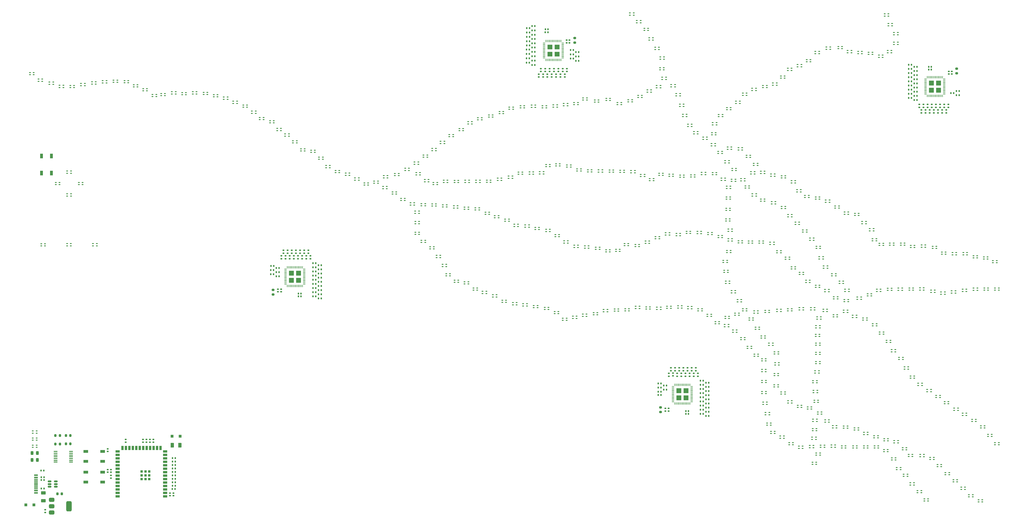
<source format=gbr>
%TF.GenerationSoftware,KiCad,Pcbnew,8.0.4*%
%TF.CreationDate,2025-01-23T16:30:58-08:00*%
%TF.ProjectId,traffic_paradise,74726166-6669-4635-9f70-617261646973,rev?*%
%TF.SameCoordinates,Original*%
%TF.FileFunction,Paste,Top*%
%TF.FilePolarity,Positive*%
%FSLAX46Y46*%
G04 Gerber Fmt 4.6, Leading zero omitted, Abs format (unit mm)*
G04 Created by KiCad (PCBNEW 8.0.4) date 2025-01-23 16:30:58*
%MOMM*%
%LPD*%
G01*
G04 APERTURE LIST*
G04 Aperture macros list*
%AMRoundRect*
0 Rectangle with rounded corners*
0 $1 Rounding radius*
0 $2 $3 $4 $5 $6 $7 $8 $9 X,Y pos of 4 corners*
0 Add a 4 corners polygon primitive as box body*
4,1,4,$2,$3,$4,$5,$6,$7,$8,$9,$2,$3,0*
0 Add four circle primitives for the rounded corners*
1,1,$1+$1,$2,$3*
1,1,$1+$1,$4,$5*
1,1,$1+$1,$6,$7*
1,1,$1+$1,$8,$9*
0 Add four rect primitives between the rounded corners*
20,1,$1+$1,$2,$3,$4,$5,0*
20,1,$1+$1,$4,$5,$6,$7,0*
20,1,$1+$1,$6,$7,$8,$9,0*
20,1,$1+$1,$8,$9,$2,$3,0*%
G04 Aperture macros list end*
%ADD10C,0.010000*%
%ADD11RoundRect,0.080000X-0.220000X-0.120000X0.220000X-0.120000X0.220000X0.120000X-0.220000X0.120000X0*%
%ADD12RoundRect,0.135000X0.135000X0.185000X-0.135000X0.185000X-0.135000X-0.185000X0.135000X-0.185000X0*%
%ADD13RoundRect,0.150000X-0.512500X-0.150000X0.512500X-0.150000X0.512500X0.150000X-0.512500X0.150000X0*%
%ADD14RoundRect,0.135000X-0.185000X0.135000X-0.185000X-0.135000X0.185000X-0.135000X0.185000X0.135000X0*%
%ADD15RoundRect,0.140000X-0.170000X0.140000X-0.170000X-0.140000X0.170000X-0.140000X0.170000X0.140000X0*%
%ADD16RoundRect,0.135000X0.185000X-0.135000X0.185000X0.135000X-0.185000X0.135000X-0.185000X-0.135000X0*%
%ADD17RoundRect,0.135000X-0.135000X-0.185000X0.135000X-0.185000X0.135000X0.185000X-0.135000X0.185000X0*%
%ADD18RoundRect,0.140000X-0.140000X-0.170000X0.140000X-0.170000X0.140000X0.170000X-0.140000X0.170000X0*%
%ADD19RoundRect,0.200000X0.275000X-0.200000X0.275000X0.200000X-0.275000X0.200000X-0.275000X-0.200000X0*%
%ADD20RoundRect,0.140000X0.140000X0.170000X-0.140000X0.170000X-0.140000X-0.170000X0.140000X-0.170000X0*%
%ADD21R,0.840000X0.220000*%
%ADD22R,0.220000X0.840000*%
%ADD23RoundRect,0.200000X0.200000X0.275000X-0.200000X0.275000X-0.200000X-0.275000X0.200000X-0.275000X0*%
%ADD24RoundRect,0.140000X0.170000X-0.140000X0.170000X0.140000X-0.170000X0.140000X-0.170000X-0.140000X0*%
%ADD25RoundRect,0.200000X-0.275000X0.200000X-0.275000X-0.200000X0.275000X-0.200000X0.275000X0.200000X0*%
%ADD26R,0.900000X0.900000*%
%ADD27R,1.500000X0.900000*%
%ADD28R,0.900000X1.500000*%
%ADD29RoundRect,0.200000X-0.200000X-0.275000X0.200000X-0.275000X0.200000X0.275000X-0.200000X0.275000X0*%
%ADD30R,1.100000X1.800000*%
%ADD31R,1.092200X0.990600*%
%ADD32RoundRect,0.243750X-0.243750X-0.456250X0.243750X-0.456250X0.243750X0.456250X-0.243750X0.456250X0*%
%ADD33R,1.450000X0.600000*%
%ADD34R,1.450000X0.300000*%
%ADD35RoundRect,0.225000X0.225000X0.250000X-0.225000X0.250000X-0.225000X-0.250000X0.225000X-0.250000X0*%
%ADD36R,1.800000X1.100000*%
%ADD37RoundRect,0.250000X0.375000X0.625000X-0.375000X0.625000X-0.375000X-0.625000X0.375000X-0.625000X0*%
%ADD38RoundRect,0.250000X-0.625000X0.375000X-0.625000X-0.375000X0.625000X-0.375000X0.625000X0.375000X0*%
%ADD39R,1.473200X0.355600*%
%ADD40RoundRect,0.375000X-0.625000X-0.375000X0.625000X-0.375000X0.625000X0.375000X-0.625000X0.375000X0*%
%ADD41RoundRect,0.500000X-0.500000X-1.400000X0.500000X-1.400000X0.500000X1.400000X-0.500000X1.400000X0*%
G04 APERTURE END LIST*
D10*
%TO.C,U7*%
X336065000Y-31265000D02*
X334405000Y-31265000D01*
X334405000Y-29605000D01*
X336065000Y-29605000D01*
X336065000Y-31265000D01*
G36*
X336065000Y-31265000D02*
G01*
X334405000Y-31265000D01*
X334405000Y-29605000D01*
X336065000Y-29605000D01*
X336065000Y-31265000D01*
G37*
X336065000Y-33895000D02*
X334405000Y-33895000D01*
X334405000Y-32235000D01*
X336065000Y-32235000D01*
X336065000Y-33895000D01*
G36*
X336065000Y-33895000D02*
G01*
X334405000Y-33895000D01*
X334405000Y-32235000D01*
X336065000Y-32235000D01*
X336065000Y-33895000D01*
G37*
X338695000Y-31265000D02*
X337035000Y-31265000D01*
X337035000Y-29605000D01*
X338695000Y-29605000D01*
X338695000Y-31265000D01*
G36*
X338695000Y-31265000D02*
G01*
X337035000Y-31265000D01*
X337035000Y-29605000D01*
X338695000Y-29605000D01*
X338695000Y-31265000D01*
G37*
X338695000Y-33895000D02*
X337035000Y-33895000D01*
X337035000Y-32235000D01*
X338695000Y-32235000D01*
X338695000Y-33895000D01*
G36*
X338695000Y-33895000D02*
G01*
X337035000Y-33895000D01*
X337035000Y-32235000D01*
X338695000Y-32235000D01*
X338695000Y-33895000D01*
G37*
%TO.C,U6*%
X243355000Y-144295000D02*
X241695000Y-144295000D01*
X241695000Y-142635000D01*
X243355000Y-142635000D01*
X243355000Y-144295000D01*
G36*
X243355000Y-144295000D02*
G01*
X241695000Y-144295000D01*
X241695000Y-142635000D01*
X243355000Y-142635000D01*
X243355000Y-144295000D01*
G37*
X243355000Y-146925000D02*
X241695000Y-146925000D01*
X241695000Y-145265000D01*
X243355000Y-145265000D01*
X243355000Y-146925000D01*
G36*
X243355000Y-146925000D02*
G01*
X241695000Y-146925000D01*
X241695000Y-145265000D01*
X243355000Y-145265000D01*
X243355000Y-146925000D01*
G37*
X245985000Y-144295000D02*
X244325000Y-144295000D01*
X244325000Y-142635000D01*
X245985000Y-142635000D01*
X245985000Y-144295000D01*
G36*
X245985000Y-144295000D02*
G01*
X244325000Y-144295000D01*
X244325000Y-142635000D01*
X245985000Y-142635000D01*
X245985000Y-144295000D01*
G37*
X245985000Y-146925000D02*
X244325000Y-146925000D01*
X244325000Y-145265000D01*
X245985000Y-145265000D01*
X245985000Y-146925000D01*
G36*
X245985000Y-146925000D02*
G01*
X244325000Y-146925000D01*
X244325000Y-145265000D01*
X245985000Y-145265000D01*
X245985000Y-146925000D01*
G37*
%TO.C,U12*%
X196015000Y-18015000D02*
X194355000Y-18015000D01*
X194355000Y-16355000D01*
X196015000Y-16355000D01*
X196015000Y-18015000D01*
G36*
X196015000Y-18015000D02*
G01*
X194355000Y-18015000D01*
X194355000Y-16355000D01*
X196015000Y-16355000D01*
X196015000Y-18015000D01*
G37*
X196015000Y-20645000D02*
X194355000Y-20645000D01*
X194355000Y-18985000D01*
X196015000Y-18985000D01*
X196015000Y-20645000D01*
G36*
X196015000Y-20645000D02*
G01*
X194355000Y-20645000D01*
X194355000Y-18985000D01*
X196015000Y-18985000D01*
X196015000Y-20645000D01*
G37*
X198645000Y-18015000D02*
X196985000Y-18015000D01*
X196985000Y-16355000D01*
X198645000Y-16355000D01*
X198645000Y-18015000D01*
G36*
X198645000Y-18015000D02*
G01*
X196985000Y-18015000D01*
X196985000Y-16355000D01*
X198645000Y-16355000D01*
X198645000Y-18015000D01*
G37*
X198645000Y-20645000D02*
X196985000Y-20645000D01*
X196985000Y-18985000D01*
X198645000Y-18985000D01*
X198645000Y-20645000D01*
G36*
X198645000Y-20645000D02*
G01*
X196985000Y-20645000D01*
X196985000Y-18985000D01*
X198645000Y-18985000D01*
X198645000Y-20645000D01*
G37*
%TO.C,U5*%
X101115000Y-101115000D02*
X99455000Y-101115000D01*
X99455000Y-99455000D01*
X101115000Y-99455000D01*
X101115000Y-101115000D01*
G36*
X101115000Y-101115000D02*
G01*
X99455000Y-101115000D01*
X99455000Y-99455000D01*
X101115000Y-99455000D01*
X101115000Y-101115000D01*
G37*
X101115000Y-103745000D02*
X99455000Y-103745000D01*
X99455000Y-102085000D01*
X101115000Y-102085000D01*
X101115000Y-103745000D01*
G36*
X101115000Y-103745000D02*
G01*
X99455000Y-103745000D01*
X99455000Y-102085000D01*
X101115000Y-102085000D01*
X101115000Y-103745000D01*
G37*
X103745000Y-101115000D02*
X102085000Y-101115000D01*
X102085000Y-99455000D01*
X103745000Y-99455000D01*
X103745000Y-101115000D01*
G36*
X103745000Y-101115000D02*
G01*
X102085000Y-101115000D01*
X102085000Y-99455000D01*
X103745000Y-99455000D01*
X103745000Y-101115000D01*
G37*
X103745000Y-103745000D02*
X102085000Y-103745000D01*
X102085000Y-102085000D01*
X103745000Y-102085000D01*
X103745000Y-103745000D01*
G36*
X103745000Y-103745000D02*
G01*
X102085000Y-103745000D01*
X102085000Y-102085000D01*
X103745000Y-102085000D01*
X103745000Y-103745000D01*
G37*
%TD*%
D11*
%TO.C,LED229*%
X315761600Y-164585600D03*
X315761600Y-163785600D03*
X314361600Y-163785600D03*
X314361600Y-164585600D03*
%TD*%
%TO.C,LED245*%
X269533600Y-89300000D03*
X269533600Y-88500000D03*
X268133600Y-88500000D03*
X268133600Y-89300000D03*
%TD*%
%TO.C,LED307*%
X354826800Y-157219600D03*
X354826800Y-156419600D03*
X353426800Y-156419600D03*
X353426800Y-157219600D03*
%TD*%
D12*
%TO.C,R183*%
X187710000Y-16600000D03*
X186690000Y-16600000D03*
%TD*%
D11*
%TO.C,LED257*%
X304788800Y-78682800D03*
X304788800Y-77882800D03*
X303388800Y-77882800D03*
X303388800Y-78682800D03*
%TD*%
D13*
%TO.C,U3*%
X11562500Y-176850000D03*
X11562500Y-177800000D03*
X11562500Y-178750000D03*
X13837500Y-178750000D03*
X13837500Y-177800000D03*
X13837500Y-176850000D03*
%TD*%
D11*
%TO.C,LED392*%
X293000000Y-170600000D03*
X293000000Y-169800000D03*
X291600000Y-169800000D03*
X291600000Y-170600000D03*
%TD*%
D14*
%TO.C,R162*%
X195100000Y-25200000D03*
X195100000Y-26220000D03*
%TD*%
D11*
%TO.C,LED416*%
X298150000Y-18050000D03*
X298150000Y-17250000D03*
X296750000Y-17250000D03*
X296750000Y-18050000D03*
%TD*%
%TO.C,LED330*%
X334049600Y-184042000D03*
X334049600Y-183242000D03*
X332649600Y-183242000D03*
X332649600Y-184042000D03*
%TD*%
%TO.C,LED367*%
X294000000Y-137000000D03*
X294000000Y-136200000D03*
X292600000Y-136200000D03*
X292600000Y-137000000D03*
%TD*%
%TO.C,LED338*%
X153400000Y-55300000D03*
X153400000Y-54500000D03*
X152000000Y-54500000D03*
X152000000Y-55300000D03*
%TD*%
%TO.C,LED160*%
X254446000Y-116224000D03*
X254446000Y-115424000D03*
X253046000Y-115424000D03*
X253046000Y-116224000D03*
%TD*%
%TO.C,LED41*%
X145429200Y-75279200D03*
X145429200Y-74479200D03*
X144029200Y-74479200D03*
X144029200Y-75279200D03*
%TD*%
%TO.C,LED31*%
X111850400Y-58464400D03*
X111850400Y-57664400D03*
X110450400Y-57664400D03*
X110450400Y-58464400D03*
%TD*%
D14*
%TO.C,R119*%
X332359000Y-38352000D03*
X332359000Y-39372000D03*
%TD*%
D15*
%TO.C,C9*%
X32893000Y-172494000D03*
X32893000Y-173454000D03*
%TD*%
D14*
%TO.C,R129*%
X340741000Y-40384000D03*
X340741000Y-41404000D03*
%TD*%
D11*
%TO.C,LED212*%
X287567600Y-149650400D03*
X287567600Y-148850400D03*
X286167600Y-148850400D03*
X286167600Y-149650400D03*
%TD*%
%TO.C,LED1*%
X5729200Y-27425600D03*
X5729200Y-26625600D03*
X4329200Y-26625600D03*
X4329200Y-27425600D03*
%TD*%
%TO.C,LED295*%
X344108000Y-107638800D03*
X344108000Y-106838800D03*
X342708000Y-106838800D03*
X342708000Y-107638800D03*
%TD*%
D16*
%TO.C,R57*%
X238887000Y-138178000D03*
X238887000Y-137158000D03*
%TD*%
D12*
%TO.C,R174*%
X187700000Y-21400000D03*
X186680000Y-21400000D03*
%TD*%
D11*
%TO.C,LED172*%
X261507200Y-69183200D03*
X261507200Y-68383200D03*
X260107200Y-68383200D03*
X260107200Y-69183200D03*
%TD*%
%TO.C,LED220*%
X315660000Y-160826400D03*
X315660000Y-160026400D03*
X314260000Y-160026400D03*
X314260000Y-160826400D03*
%TD*%
%TO.C,LED334*%
X294200000Y-123600000D03*
X294200000Y-122800000D03*
X292800000Y-122800000D03*
X292800000Y-123600000D03*
%TD*%
D12*
%TO.C,R12*%
X95760000Y-101473000D03*
X94740000Y-101473000D03*
%TD*%
D11*
%TO.C,LED5*%
X20562800Y-32150000D03*
X20562800Y-31350000D03*
X19162800Y-31350000D03*
X19162800Y-32150000D03*
%TD*%
%TO.C,LED182*%
X265469600Y-110839200D03*
X265469600Y-110039200D03*
X264069600Y-110039200D03*
X264069600Y-110839200D03*
%TD*%
D17*
%TO.C,R42*%
X108202000Y-96647000D03*
X109222000Y-96647000D03*
%TD*%
D11*
%TO.C,LED266*%
X302909200Y-104082800D03*
X302909200Y-103282800D03*
X301509200Y-103282800D03*
X301509200Y-104082800D03*
%TD*%
%TO.C,LED337*%
X150200000Y-57700000D03*
X150200000Y-56900000D03*
X148800000Y-56900000D03*
X148800000Y-57700000D03*
%TD*%
%TO.C,LED249*%
X283148000Y-95243600D03*
X283148000Y-94443600D03*
X281748000Y-94443600D03*
X281748000Y-95243600D03*
%TD*%
%TO.C,LED70*%
X198870800Y-60953600D03*
X198870800Y-60153600D03*
X197470800Y-60153600D03*
X197470800Y-60953600D03*
%TD*%
D14*
%TO.C,R164*%
X196700000Y-25200000D03*
X196700000Y-26220000D03*
%TD*%
D11*
%TO.C,LED49*%
X153862000Y-67811600D03*
X153862000Y-67011600D03*
X152462000Y-67011600D03*
X152462000Y-67811600D03*
%TD*%
%TO.C,LED344*%
X170200000Y-44000000D03*
X170200000Y-43200000D03*
X168800000Y-43200000D03*
X168800000Y-44000000D03*
%TD*%
%TO.C,LED56*%
X147207200Y-82137200D03*
X147207200Y-81337200D03*
X145807200Y-81337200D03*
X145807200Y-82137200D03*
%TD*%
D14*
%TO.C,R122*%
X334645000Y-40384000D03*
X334645000Y-41404000D03*
%TD*%
D18*
%TO.C,C5*%
X8537000Y-175260000D03*
X9497000Y-175260000D03*
%TD*%
D17*
%TO.C,R83*%
X250442000Y-139827000D03*
X251462000Y-139827000D03*
%TD*%
D11*
%TO.C,LED116*%
X224270800Y-114192000D03*
X224270800Y-113392000D03*
X222870800Y-113392000D03*
X222870800Y-114192000D03*
%TD*%
D12*
%TO.C,R176*%
X187700000Y-23000000D03*
X186680000Y-23000000D03*
%TD*%
D11*
%TO.C,LED387*%
X300700000Y-116400000D03*
X300700000Y-115600000D03*
X299300000Y-115600000D03*
X299300000Y-116400000D03*
%TD*%
%TO.C,LED113*%
X212637600Y-115614400D03*
X212637600Y-114814400D03*
X211237600Y-114814400D03*
X211237600Y-115614400D03*
%TD*%
%TO.C,LED57*%
X147207200Y-86099600D03*
X147207200Y-85299600D03*
X145807200Y-85299600D03*
X145807200Y-86099600D03*
%TD*%
%TO.C,LED137*%
X248400800Y-65017600D03*
X248400800Y-64217600D03*
X247000800Y-64217600D03*
X247000800Y-65017600D03*
%TD*%
%TO.C,LED183*%
X267450800Y-114192000D03*
X267450800Y-113392000D03*
X266050800Y-113392000D03*
X266050800Y-114192000D03*
%TD*%
%TO.C,LED86*%
X179109600Y-111042400D03*
X179109600Y-110242400D03*
X177709600Y-110242400D03*
X177709600Y-111042400D03*
%TD*%
%TO.C,LED45*%
X161329600Y-76396800D03*
X161329600Y-75596800D03*
X159929600Y-75596800D03*
X159929600Y-76396800D03*
%TD*%
%TO.C,LED107*%
X224016800Y-90214400D03*
X224016800Y-89414400D03*
X222616800Y-89414400D03*
X222616800Y-90214400D03*
%TD*%
D17*
%TO.C,R82*%
X252474000Y-140589000D03*
X253494000Y-140589000D03*
%TD*%
D14*
%TO.C,R133*%
X339217000Y-40384000D03*
X339217000Y-41404000D03*
%TD*%
D11*
%TO.C,LED139*%
X256325600Y-64154000D03*
X256325600Y-63354000D03*
X254925600Y-63354000D03*
X254925600Y-64154000D03*
%TD*%
D12*
%TO.C,R126*%
X327916000Y-35941000D03*
X326896000Y-35941000D03*
%TD*%
D11*
%TO.C,LED222*%
X323026000Y-162655200D03*
X323026000Y-161855200D03*
X321626000Y-161855200D03*
X321626000Y-162655200D03*
%TD*%
D14*
%TO.C,R161*%
X199100000Y-27200000D03*
X199100000Y-28220000D03*
%TD*%
D11*
%TO.C,LED181*%
X263285200Y-107537200D03*
X263285200Y-106737200D03*
X261885200Y-106737200D03*
X261885200Y-107537200D03*
%TD*%
%TO.C,LED129*%
X245403600Y-42767200D03*
X245403600Y-41967200D03*
X244003600Y-41967200D03*
X244003600Y-42767200D03*
%TD*%
%TO.C,LED195*%
X274461200Y-136493200D03*
X274461200Y-135693200D03*
X273061200Y-135693200D03*
X273061200Y-136493200D03*
%TD*%
%TO.C,LED405*%
X261575000Y-40300000D03*
X261575000Y-39500000D03*
X260175000Y-39500000D03*
X260175000Y-40300000D03*
%TD*%
%TO.C,LED274*%
X304738000Y-110788400D03*
X304738000Y-109988400D03*
X303338000Y-109988400D03*
X303338000Y-110788400D03*
%TD*%
D14*
%TO.C,R167*%
X194300000Y-27190000D03*
X194300000Y-28210000D03*
%TD*%
D11*
%TO.C,LED255*%
X297880000Y-74263200D03*
X297880000Y-73463200D03*
X296480000Y-73463200D03*
X296480000Y-74263200D03*
%TD*%
D14*
%TO.C,R158*%
X201500000Y-25200000D03*
X201500000Y-26220000D03*
%TD*%
D11*
%TO.C,LED375*%
X293100000Y-158200000D03*
X293100000Y-157400000D03*
X291700000Y-157400000D03*
X291700000Y-158200000D03*
%TD*%
D16*
%TO.C,R31*%
X105029000Y-92966000D03*
X105029000Y-91946000D03*
%TD*%
D17*
%TO.C,R39*%
X110234000Y-98933000D03*
X111254000Y-98933000D03*
%TD*%
D11*
%TO.C,LED24*%
X90108000Y-43935600D03*
X90108000Y-43135600D03*
X88708000Y-43135600D03*
X88708000Y-43935600D03*
%TD*%
D12*
%TO.C,R14*%
X93855000Y-97663000D03*
X92835000Y-97663000D03*
%TD*%
D11*
%TO.C,LED4*%
X16600400Y-32099200D03*
X16600400Y-31299200D03*
X15200400Y-31299200D03*
X15200400Y-32099200D03*
%TD*%
%TO.C,LED275*%
X304484000Y-114750800D03*
X304484000Y-113950800D03*
X303084000Y-113950800D03*
X303084000Y-114750800D03*
%TD*%
D12*
%TO.C,R180*%
X189710000Y-14300000D03*
X188690000Y-14300000D03*
%TD*%
D11*
%TO.C,LED283*%
X329071200Y-90925600D03*
X329071200Y-90125600D03*
X327671200Y-90125600D03*
X327671200Y-90925600D03*
%TD*%
%TO.C,LED14*%
X53887600Y-35096400D03*
X53887600Y-34296400D03*
X52487600Y-34296400D03*
X52487600Y-35096400D03*
%TD*%
%TO.C,LED272*%
X297626000Y-107130800D03*
X297626000Y-106330800D03*
X296226000Y-106330800D03*
X296226000Y-107130800D03*
%TD*%
%TO.C,LED174*%
X261354800Y-77260400D03*
X261354800Y-76460400D03*
X259954800Y-76460400D03*
X259954800Y-77260400D03*
%TD*%
%TO.C,LED13*%
X50738000Y-35452000D03*
X50738000Y-34652000D03*
X49338000Y-34652000D03*
X49338000Y-35452000D03*
%TD*%
%TO.C,LED83*%
X168543200Y-106572000D03*
X168543200Y-105772000D03*
X167143200Y-105772000D03*
X167143200Y-106572000D03*
%TD*%
%TO.C,LED111*%
X205017600Y-116935200D03*
X205017600Y-116135200D03*
X203617600Y-116135200D03*
X203617600Y-116935200D03*
%TD*%
%TO.C,LED65*%
X181446400Y-65474800D03*
X181446400Y-64674800D03*
X180046400Y-64674800D03*
X180046400Y-65474800D03*
%TD*%
%TO.C,LED168*%
X277763200Y-64712800D03*
X277763200Y-63912800D03*
X276363200Y-63912800D03*
X276363200Y-64712800D03*
%TD*%
D19*
%TO.C,R71*%
X235839000Y-151320000D03*
X235839000Y-149670000D03*
%TD*%
D11*
%TO.C,LED412*%
X283950000Y-25850000D03*
X283950000Y-25050000D03*
X282550000Y-25050000D03*
X282550000Y-25850000D03*
%TD*%
D14*
%TO.C,R170*%
X191100000Y-27200000D03*
X191100000Y-28220000D03*
%TD*%
D11*
%TO.C,LED296*%
X348121200Y-107029200D03*
X348121200Y-106229200D03*
X346721200Y-106229200D03*
X346721200Y-107029200D03*
%TD*%
%TO.C,LED308*%
X351575600Y-154832000D03*
X351575600Y-154032000D03*
X350175600Y-154032000D03*
X350175600Y-154832000D03*
%TD*%
%TO.C,LED326*%
X19369000Y-90274000D03*
X19369000Y-89474000D03*
X17969000Y-89474000D03*
X17969000Y-90274000D03*
%TD*%
%TO.C,LED104*%
X213450400Y-91586000D03*
X213450400Y-90786000D03*
X212050400Y-90786000D03*
X212050400Y-91586000D03*
%TD*%
D12*
%TO.C,R11*%
X95760000Y-99949000D03*
X94740000Y-99949000D03*
%TD*%
D11*
%TO.C,LED294*%
X340196400Y-108045200D03*
X340196400Y-107245200D03*
X338796400Y-107245200D03*
X338796400Y-108045200D03*
%TD*%
%TO.C,LED287*%
X344412800Y-93567200D03*
X344412800Y-92767200D03*
X343012800Y-92767200D03*
X343012800Y-93567200D03*
%TD*%
D20*
%TO.C,C19*%
X335252000Y-24511000D03*
X334292000Y-24511000D03*
%TD*%
D11*
%TO.C,LED78*%
X183529200Y-83153200D03*
X183529200Y-82353200D03*
X182129200Y-82353200D03*
X182129200Y-83153200D03*
%TD*%
%TO.C,LED50*%
X157621200Y-66998800D03*
X157621200Y-66198800D03*
X156221200Y-66198800D03*
X156221200Y-66998800D03*
%TD*%
D12*
%TO.C,R102*%
X329948000Y-27559000D03*
X328928000Y-27559000D03*
%TD*%
D11*
%TO.C,LED271*%
X294171600Y-105556000D03*
X294171600Y-104756000D03*
X292771600Y-104756000D03*
X292771600Y-105556000D03*
%TD*%
%TO.C,LED151*%
X254700000Y-86150400D03*
X254700000Y-85350400D03*
X253300000Y-85350400D03*
X253300000Y-86150400D03*
%TD*%
%TO.C,LED409*%
X274825000Y-32150000D03*
X274825000Y-31350000D03*
X273425000Y-31350000D03*
X273425000Y-32150000D03*
%TD*%
%TO.C,LED366*%
X294300000Y-133600000D03*
X294300000Y-132800000D03*
X292900000Y-132800000D03*
X292900000Y-133600000D03*
%TD*%
D12*
%TO.C,R101*%
X327916000Y-23749000D03*
X326896000Y-23749000D03*
%TD*%
D11*
%TO.C,LED248*%
X279998400Y-92856000D03*
X279998400Y-92056000D03*
X278598400Y-92056000D03*
X278598400Y-92856000D03*
%TD*%
D21*
%TO.C,U7*%
X339995000Y-34550000D03*
X339995000Y-34150000D03*
X339995000Y-33750000D03*
X339995000Y-33350000D03*
X339995000Y-32950000D03*
X339995000Y-32550000D03*
X339995000Y-32150000D03*
X339995000Y-31750000D03*
X339995000Y-31350000D03*
X339995000Y-30950000D03*
X339995000Y-30550000D03*
X339995000Y-30150000D03*
X339995000Y-29750000D03*
X339995000Y-29350000D03*
X339995000Y-28950000D03*
D22*
X339350000Y-28305000D03*
X338950000Y-28305000D03*
X338550000Y-28305000D03*
X338150000Y-28305000D03*
X337750000Y-28305000D03*
X337350000Y-28305000D03*
X336950000Y-28305000D03*
X336550000Y-28305000D03*
X336150000Y-28305000D03*
X335750000Y-28305000D03*
X335350000Y-28305000D03*
X334950000Y-28305000D03*
X334550000Y-28305000D03*
X334150000Y-28305000D03*
X333750000Y-28305000D03*
D21*
X333105000Y-28950000D03*
X333105000Y-29350000D03*
X333105000Y-29750000D03*
X333105000Y-30150000D03*
X333105000Y-30550000D03*
X333105000Y-30950000D03*
X333105000Y-31350000D03*
X333105000Y-31750000D03*
X333105000Y-32150000D03*
X333105000Y-32550000D03*
X333105000Y-32950000D03*
X333105000Y-33350000D03*
X333105000Y-33750000D03*
X333105000Y-34150000D03*
X333105000Y-34550000D03*
D22*
X333750000Y-35195000D03*
X334150000Y-35195000D03*
X334550000Y-35195000D03*
X334950000Y-35195000D03*
X335350000Y-35195000D03*
X335750000Y-35195000D03*
X336150000Y-35195000D03*
X336550000Y-35195000D03*
X336950000Y-35195000D03*
X337350000Y-35195000D03*
X337750000Y-35195000D03*
X338150000Y-35195000D03*
X338550000Y-35195000D03*
X338950000Y-35195000D03*
X339350000Y-35195000D03*
%TD*%
D12*
%TO.C,R110*%
X329948000Y-29083000D03*
X328928000Y-29083000D03*
%TD*%
%TO.C,R114*%
X329948000Y-30607000D03*
X328928000Y-30607000D03*
%TD*%
%TO.C,R171*%
X189700000Y-19000000D03*
X188680000Y-19000000D03*
%TD*%
D14*
%TO.C,R20*%
X49657000Y-161415000D03*
X49657000Y-162435000D03*
%TD*%
D12*
%TO.C,R105*%
X327916000Y-29845000D03*
X326896000Y-29845000D03*
%TD*%
D11*
%TO.C,LED374*%
X293200000Y-154800000D03*
X293200000Y-154000000D03*
X291800000Y-154000000D03*
X291800000Y-154800000D03*
%TD*%
%TO.C,LED85*%
X175655200Y-109061200D03*
X175655200Y-108261200D03*
X174255200Y-108261200D03*
X174255200Y-109061200D03*
%TD*%
%TO.C,LED259*%
X311240400Y-82137200D03*
X311240400Y-81337200D03*
X309840400Y-81337200D03*
X309840400Y-82137200D03*
%TD*%
%TO.C,LED126*%
X241136400Y-31845200D03*
X241136400Y-31045200D03*
X239736400Y-31045200D03*
X239736400Y-31845200D03*
%TD*%
%TO.C,LED310*%
X345022400Y-150717200D03*
X345022400Y-149917200D03*
X343622400Y-149917200D03*
X343622400Y-150717200D03*
%TD*%
%TO.C,LED55*%
X147156400Y-78327200D03*
X147156400Y-77527200D03*
X145756400Y-77527200D03*
X145756400Y-78327200D03*
%TD*%
%TO.C,LED211*%
X284011600Y-148024800D03*
X284011600Y-147224800D03*
X282611600Y-147224800D03*
X282611600Y-148024800D03*
%TD*%
%TO.C,LED150*%
X250737600Y-85794800D03*
X250737600Y-84994800D03*
X249337600Y-84994800D03*
X249337600Y-85794800D03*
%TD*%
D17*
%TO.C,R46*%
X110234000Y-105029000D03*
X111254000Y-105029000D03*
%TD*%
D11*
%TO.C,LED152*%
X258459200Y-87268000D03*
X258459200Y-86468000D03*
X257059200Y-86468000D03*
X257059200Y-87268000D03*
%TD*%
D12*
%TO.C,R182*%
X189710000Y-15900000D03*
X188690000Y-15900000D03*
%TD*%
D23*
%TO.C,R7*%
X15325000Y-163100000D03*
X13675000Y-163100000D03*
%TD*%
D24*
%TO.C,C27*%
X202400000Y-15680000D03*
X202400000Y-14720000D03*
%TD*%
D25*
%TO.C,R149*%
X204300000Y-13950000D03*
X204300000Y-15600000D03*
%TD*%
D14*
%TO.C,R156*%
X199900000Y-25200000D03*
X199900000Y-26220000D03*
%TD*%
D11*
%TO.C,LED112*%
X208675200Y-116173200D03*
X208675200Y-115373200D03*
X207275200Y-115373200D03*
X207275200Y-116173200D03*
%TD*%
%TO.C,LED184*%
X269787600Y-117595600D03*
X269787600Y-116795600D03*
X268387600Y-116795600D03*
X268387600Y-117595600D03*
%TD*%
%TO.C,LED15*%
X57850000Y-34486800D03*
X57850000Y-33686800D03*
X56450000Y-33686800D03*
X56450000Y-34486800D03*
%TD*%
D16*
%TO.C,R75*%
X244983000Y-138178000D03*
X244983000Y-137158000D03*
%TD*%
D11*
%TO.C,LED314*%
X355893600Y-95142000D03*
X355893600Y-94342000D03*
X354493600Y-94342000D03*
X354493600Y-95142000D03*
%TD*%
D12*
%TO.C,R70*%
X235968000Y-145034000D03*
X234948000Y-145034000D03*
%TD*%
D11*
%TO.C,LED316*%
X357417600Y-160318400D03*
X357417600Y-159518400D03*
X356017600Y-159518400D03*
X356017600Y-160318400D03*
%TD*%
D12*
%TO.C,R64*%
X57660000Y-169545000D03*
X56640000Y-169545000D03*
%TD*%
D11*
%TO.C,LED215*%
X297676800Y-155035200D03*
X297676800Y-154235200D03*
X296276800Y-154235200D03*
X296276800Y-155035200D03*
%TD*%
%TO.C,LED424*%
X322950000Y-12700000D03*
X322950000Y-11900000D03*
X321550000Y-11900000D03*
X321550000Y-12700000D03*
%TD*%
%TO.C,LED154*%
X231941600Y-113531600D03*
X231941600Y-112731600D03*
X230541600Y-112731600D03*
X230541600Y-113531600D03*
%TD*%
D17*
%TO.C,R150*%
X202790000Y-19900000D03*
X203810000Y-19900000D03*
%TD*%
D11*
%TO.C,LED201*%
X277763200Y-159251600D03*
X277763200Y-158451600D03*
X276363200Y-158451600D03*
X276363200Y-159251600D03*
%TD*%
%TO.C,LED153*%
X262116800Y-88487200D03*
X262116800Y-87687200D03*
X260716800Y-87687200D03*
X260716800Y-88487200D03*
%TD*%
%TO.C,LED173*%
X261405600Y-73145600D03*
X261405600Y-72345600D03*
X260005600Y-72345600D03*
X260005600Y-73145600D03*
%TD*%
D15*
%TO.C,C31*%
X57023000Y-181130000D03*
X57023000Y-182090000D03*
%TD*%
D17*
%TO.C,R93*%
X252474000Y-146685000D03*
X253494000Y-146685000D03*
%TD*%
D11*
%TO.C,LED19*%
X73191600Y-35553600D03*
X73191600Y-34753600D03*
X71791600Y-34753600D03*
X71791600Y-35553600D03*
%TD*%
%TO.C,LED306*%
X341517200Y-148329600D03*
X341517200Y-147529600D03*
X340117200Y-147529600D03*
X340117200Y-148329600D03*
%TD*%
D26*
%TO.C,U13*%
X48150000Y-175990000D03*
X48150000Y-174590000D03*
X48150000Y-173190000D03*
X46750000Y-175990000D03*
X46750000Y-174590000D03*
X46750000Y-173190000D03*
X45350000Y-175990000D03*
X45350000Y-174590000D03*
X45350000Y-173190000D03*
D27*
X54000000Y-182310000D03*
X54000000Y-181040000D03*
X54000000Y-179770000D03*
X54000000Y-178500000D03*
X54000000Y-177230000D03*
X54000000Y-175960000D03*
X54000000Y-174690000D03*
X54000000Y-173420000D03*
X54000000Y-172150000D03*
X54000000Y-170880000D03*
X54000000Y-169610000D03*
X54000000Y-168340000D03*
X54000000Y-167070000D03*
X54000000Y-165800000D03*
D28*
X52235000Y-164550000D03*
X50965000Y-164550000D03*
X49695000Y-164550000D03*
X48425000Y-164550000D03*
X47155000Y-164550000D03*
X45885000Y-164550000D03*
X44615000Y-164550000D03*
X43345000Y-164550000D03*
X42075000Y-164550000D03*
X40805000Y-164550000D03*
X39535000Y-164550000D03*
X38265000Y-164550000D03*
D27*
X36500000Y-165800000D03*
X36500000Y-167070000D03*
X36500000Y-168340000D03*
X36500000Y-169610000D03*
X36500000Y-170880000D03*
X36500000Y-172150000D03*
X36500000Y-173420000D03*
X36500000Y-174690000D03*
X36500000Y-175960000D03*
X36500000Y-177230000D03*
X36500000Y-178500000D03*
X36500000Y-179770000D03*
X36500000Y-181040000D03*
X36500000Y-182310000D03*
%TD*%
D11*
%TO.C,LED327*%
X28894000Y-90274000D03*
X28894000Y-89474000D03*
X27494000Y-89474000D03*
X27494000Y-90274000D03*
%TD*%
%TO.C,LED501*%
X19400000Y-72000000D03*
X19400000Y-71200000D03*
X18000000Y-71200000D03*
X18000000Y-72000000D03*
%TD*%
%TO.C,LED268*%
X309462400Y-109924800D03*
X309462400Y-109124800D03*
X308062400Y-109124800D03*
X308062400Y-109924800D03*
%TD*%
D16*
%TO.C,R66*%
X241935000Y-138178000D03*
X241935000Y-137158000D03*
%TD*%
D20*
%TO.C,C25*%
X194520000Y-10730000D03*
X193560000Y-10730000D03*
%TD*%
D18*
%TO.C,C16*%
X245138000Y-151003000D03*
X246098000Y-151003000D03*
%TD*%
D11*
%TO.C,LED284*%
X333033600Y-90773200D03*
X333033600Y-89973200D03*
X331633600Y-89973200D03*
X331633600Y-90773200D03*
%TD*%
%TO.C,LED6*%
X24474400Y-31438800D03*
X24474400Y-30638800D03*
X23074400Y-30638800D03*
X23074400Y-31438800D03*
%TD*%
D15*
%TO.C,C18*%
X238760000Y-150015000D03*
X238760000Y-150975000D03*
%TD*%
D11*
%TO.C,LED44*%
X157316400Y-75990400D03*
X157316400Y-75190400D03*
X155916400Y-75190400D03*
X155916400Y-75990400D03*
%TD*%
D20*
%TO.C,C26*%
X194500000Y-11800000D03*
X193540000Y-11800000D03*
%TD*%
D11*
%TO.C,LED251*%
X288278800Y-100831600D03*
X288278800Y-100031600D03*
X286878800Y-100031600D03*
X286878800Y-100831600D03*
%TD*%
%TO.C,LED380*%
X271600000Y-115000000D03*
X271600000Y-114200000D03*
X270200000Y-114200000D03*
X270200000Y-115000000D03*
%TD*%
D17*
%TO.C,R44*%
X110234000Y-106553000D03*
X111254000Y-106553000D03*
%TD*%
D11*
%TO.C,LED22*%
X84062800Y-39363600D03*
X84062800Y-38563600D03*
X82662800Y-38563600D03*
X82662800Y-39363600D03*
%TD*%
%TO.C,LED20*%
X76900000Y-36417200D03*
X76900000Y-35617200D03*
X75500000Y-35617200D03*
X75500000Y-36417200D03*
%TD*%
D29*
%TO.C,R3*%
X13675000Y-160000000D03*
X15325000Y-160000000D03*
%TD*%
D12*
%TO.C,R175*%
X189700000Y-22200000D03*
X188680000Y-22200000D03*
%TD*%
D17*
%TO.C,R52*%
X110234000Y-109601000D03*
X111254000Y-109601000D03*
%TD*%
D11*
%TO.C,LED3*%
X12892000Y-30930800D03*
X12892000Y-30130800D03*
X11492000Y-30130800D03*
X11492000Y-30930800D03*
%TD*%
%TO.C,LED353*%
X205500000Y-38400000D03*
X205500000Y-37600000D03*
X204100000Y-37600000D03*
X204100000Y-38400000D03*
%TD*%
%TO.C,LED53*%
X169508400Y-66998800D03*
X169508400Y-66198800D03*
X168108400Y-66198800D03*
X168108400Y-66998800D03*
%TD*%
%TO.C,LED155*%
X235904000Y-113633200D03*
X235904000Y-112833200D03*
X234504000Y-112833200D03*
X234504000Y-113633200D03*
%TD*%
%TO.C,LED297*%
X352134400Y-106622800D03*
X352134400Y-105822800D03*
X350734400Y-105822800D03*
X350734400Y-106622800D03*
%TD*%
D12*
%TO.C,R72*%
X235968000Y-140843000D03*
X234948000Y-140843000D03*
%TD*%
D11*
%TO.C,LED208*%
X279033200Y-137966400D03*
X279033200Y-137166400D03*
X277633200Y-137166400D03*
X277633200Y-137966400D03*
%TD*%
D17*
%TO.C,R85*%
X252474000Y-145161000D03*
X253494000Y-145161000D03*
%TD*%
D24*
%TO.C,C22*%
X341630000Y-27150000D03*
X341630000Y-26190000D03*
%TD*%
D11*
%TO.C,LED286*%
X340501200Y-93364000D03*
X340501200Y-92564000D03*
X339101200Y-92564000D03*
X339101200Y-93364000D03*
%TD*%
%TO.C,LED148*%
X243066800Y-86556800D03*
X243066800Y-85756800D03*
X241666800Y-85756800D03*
X241666800Y-86556800D03*
%TD*%
D16*
%TO.C,R17*%
X98171000Y-94998000D03*
X98171000Y-93978000D03*
%TD*%
D17*
%TO.C,R84*%
X250442000Y-145923000D03*
X251462000Y-145923000D03*
%TD*%
D11*
%TO.C,LED322*%
X341822000Y-174390000D03*
X341822000Y-173590000D03*
X340422000Y-173590000D03*
X340422000Y-174390000D03*
%TD*%
%TO.C,LED239*%
X281674800Y-76600000D03*
X281674800Y-75800000D03*
X280274800Y-75800000D03*
X280274800Y-76600000D03*
%TD*%
%TO.C,LED369*%
X293200000Y-140600000D03*
X293200000Y-139800000D03*
X291800000Y-139800000D03*
X291800000Y-140600000D03*
%TD*%
%TO.C,LED125*%
X237834400Y-29152800D03*
X237834400Y-28352800D03*
X236434400Y-28352800D03*
X236434400Y-29152800D03*
%TD*%
%TO.C,LED312*%
X356096800Y-106572000D03*
X356096800Y-105772000D03*
X354696800Y-105772000D03*
X354696800Y-106572000D03*
%TD*%
%TO.C,LED362*%
X294300000Y-126800000D03*
X294300000Y-126000000D03*
X292900000Y-126000000D03*
X292900000Y-126800000D03*
%TD*%
%TO.C,LED61*%
X157214800Y-97885200D03*
X157214800Y-97085200D03*
X155814800Y-97085200D03*
X155814800Y-97885200D03*
%TD*%
D12*
%TO.C,R106*%
X57660000Y-177165000D03*
X56640000Y-177165000D03*
%TD*%
D11*
%TO.C,LED386*%
X297000000Y-114400000D03*
X297000000Y-113600000D03*
X295600000Y-113600000D03*
X295600000Y-114400000D03*
%TD*%
D17*
%TO.C,R40*%
X108202000Y-98171000D03*
X109222000Y-98171000D03*
%TD*%
D11*
%TO.C,LED390*%
X292900000Y-161400000D03*
X292900000Y-160600000D03*
X291500000Y-160600000D03*
X291500000Y-161400000D03*
%TD*%
D14*
%TO.C,R131*%
X337693000Y-40384000D03*
X337693000Y-41404000D03*
%TD*%
D24*
%TO.C,C21*%
X342773000Y-27150000D03*
X342773000Y-26190000D03*
%TD*%
D11*
%TO.C,LED138*%
X252312400Y-64103200D03*
X252312400Y-63303200D03*
X250912400Y-63303200D03*
X250912400Y-64103200D03*
%TD*%
%TO.C,LED317*%
X360008400Y-163366400D03*
X360008400Y-162566400D03*
X358608400Y-162566400D03*
X358608400Y-163366400D03*
%TD*%
D30*
%TO.C,SW3*%
X8563999Y-63510000D03*
X8563999Y-57310000D03*
X12264001Y-63510000D03*
X12264001Y-57310000D03*
%TD*%
D11*
%TO.C,LED311*%
X360008400Y-106572000D03*
X360008400Y-105772000D03*
X358608400Y-105772000D03*
X358608400Y-106572000D03*
%TD*%
D14*
%TO.C,R135*%
X336169000Y-40384000D03*
X336169000Y-41404000D03*
%TD*%
D11*
%TO.C,LED505*%
X6800000Y-164300000D03*
X6800000Y-163500000D03*
X5400000Y-163500000D03*
X5400000Y-164300000D03*
%TD*%
D17*
%TO.C,R92*%
X252474000Y-142113000D03*
X253494000Y-142113000D03*
%TD*%
D16*
%TO.C,R76*%
X244221000Y-136146000D03*
X244221000Y-135126000D03*
%TD*%
D12*
%TO.C,R74*%
X235968000Y-142367000D03*
X234948000Y-142367000D03*
%TD*%
D31*
%TO.C,D4*%
X59473200Y-160200000D03*
X56526800Y-160200000D03*
%TD*%
D11*
%TO.C,LED404*%
X258575000Y-42800000D03*
X258575000Y-42000000D03*
X257175000Y-42000000D03*
X257175000Y-42800000D03*
%TD*%
%TO.C,LED9*%
X36412400Y-30219600D03*
X36412400Y-29419600D03*
X35012400Y-29419600D03*
X35012400Y-30219600D03*
%TD*%
D12*
%TO.C,R186*%
X189710000Y-9500000D03*
X188690000Y-9500000D03*
%TD*%
D11*
%TO.C,LED293*%
X336538800Y-107384800D03*
X336538800Y-106584800D03*
X335138800Y-106584800D03*
X335138800Y-107384800D03*
%TD*%
%TO.C,LED214*%
X294933600Y-152139600D03*
X294933600Y-151339600D03*
X293533600Y-151339600D03*
X293533600Y-152139600D03*
%TD*%
%TO.C,LED403*%
X256400000Y-45825000D03*
X256400000Y-45025000D03*
X255000000Y-45025000D03*
X255000000Y-45825000D03*
%TD*%
D12*
%TO.C,R125*%
X329948000Y-36703000D03*
X328928000Y-36703000D03*
%TD*%
D11*
%TO.C,LED146*%
X235396000Y-87674400D03*
X235396000Y-86874400D03*
X233996000Y-86874400D03*
X233996000Y-87674400D03*
%TD*%
D32*
%TO.C,D3*%
X5158500Y-166370000D03*
X7033500Y-166370000D03*
%TD*%
D15*
%TO.C,C1*%
X55753000Y-181130000D03*
X55753000Y-182090000D03*
%TD*%
D14*
%TO.C,R130*%
X339979000Y-38352000D03*
X339979000Y-39372000D03*
%TD*%
D11*
%TO.C,LED46*%
X139700000Y-64500000D03*
X139700000Y-63700000D03*
X138300000Y-63700000D03*
X138300000Y-64500000D03*
%TD*%
D12*
%TO.C,R168*%
X189700000Y-23800000D03*
X188680000Y-23800000D03*
%TD*%
D11*
%TO.C,LED71*%
X202884000Y-61360000D03*
X202884000Y-60560000D03*
X201484000Y-60560000D03*
X201484000Y-61360000D03*
%TD*%
%TO.C,LED336*%
X146900000Y-60300000D03*
X146900000Y-59500000D03*
X145500000Y-59500000D03*
X145500000Y-60300000D03*
%TD*%
%TO.C,LED64*%
X177433200Y-66236800D03*
X177433200Y-65436800D03*
X176033200Y-65436800D03*
X176033200Y-66236800D03*
%TD*%
%TO.C,LED349*%
X189900000Y-39400000D03*
X189900000Y-38600000D03*
X188500000Y-38600000D03*
X188500000Y-39400000D03*
%TD*%
%TO.C,LED223*%
X326124800Y-165246000D03*
X326124800Y-164446000D03*
X324724800Y-164446000D03*
X324724800Y-165246000D03*
%TD*%
D12*
%TO.C,R18*%
X57660000Y-172085000D03*
X56640000Y-172085000D03*
%TD*%
D11*
%TO.C,LED280*%
X317590400Y-90163600D03*
X317590400Y-89363600D03*
X316190400Y-89363600D03*
X316190400Y-90163600D03*
%TD*%
D12*
%TO.C,R112*%
X329948000Y-32131000D03*
X328928000Y-32131000D03*
%TD*%
D11*
%TO.C,LED76*%
X176366400Y-80003600D03*
X176366400Y-79203600D03*
X174966400Y-79203600D03*
X174966400Y-80003600D03*
%TD*%
%TO.C,LED269*%
X313221600Y-108705600D03*
X313221600Y-107905600D03*
X311821600Y-107905600D03*
X311821600Y-108705600D03*
%TD*%
%TO.C,LED385*%
X292400000Y-113800000D03*
X292400000Y-113000000D03*
X291000000Y-113000000D03*
X291000000Y-113800000D03*
%TD*%
D20*
%TO.C,C24*%
X57580000Y-179600000D03*
X56620000Y-179600000D03*
%TD*%
D11*
%TO.C,LED159*%
X251042400Y-114192000D03*
X251042400Y-113392000D03*
X249642400Y-113392000D03*
X249642400Y-114192000D03*
%TD*%
%TO.C,LED147*%
X239104400Y-86302800D03*
X239104400Y-85502800D03*
X237704400Y-85502800D03*
X237704400Y-86302800D03*
%TD*%
D33*
%TO.C,J2*%
X6585000Y-174550000D03*
X6585000Y-175350000D03*
D34*
X6585000Y-176550000D03*
X6585000Y-177550000D03*
X6585000Y-178050000D03*
X6585000Y-179050000D03*
D33*
X6585000Y-180250000D03*
X6585000Y-181050000D03*
X6585000Y-181050000D03*
X6585000Y-180250000D03*
D34*
X6585000Y-179550000D03*
X6585000Y-178550000D03*
X6585000Y-177050000D03*
X6585000Y-176050000D03*
D33*
X6585000Y-175350000D03*
X6585000Y-174550000D03*
%TD*%
D11*
%TO.C,LED221*%
X319317600Y-161944000D03*
X319317600Y-161144000D03*
X317917600Y-161144000D03*
X317917600Y-161944000D03*
%TD*%
%TO.C,LED94*%
X222442000Y-63290400D03*
X222442000Y-62490400D03*
X221042000Y-62490400D03*
X221042000Y-63290400D03*
%TD*%
%TO.C,LED142*%
X266739600Y-66389200D03*
X266739600Y-65589200D03*
X265339600Y-65589200D03*
X265339600Y-66389200D03*
%TD*%
D17*
%TO.C,R81*%
X250442000Y-141351000D03*
X251462000Y-141351000D03*
%TD*%
D24*
%TO.C,C2*%
X9906000Y-188214000D03*
X9906000Y-187254000D03*
%TD*%
D16*
%TO.C,R34*%
X107315000Y-94998000D03*
X107315000Y-93978000D03*
%TD*%
D11*
%TO.C,LED101*%
X201817200Y-89249200D03*
X201817200Y-88449200D03*
X200417200Y-88449200D03*
X200417200Y-89249200D03*
%TD*%
%TO.C,LED97*%
X233262400Y-66338400D03*
X233262400Y-65538400D03*
X231862400Y-65538400D03*
X231862400Y-66338400D03*
%TD*%
%TO.C,LED406*%
X264950000Y-37950000D03*
X264950000Y-37150000D03*
X263550000Y-37150000D03*
X263550000Y-37950000D03*
%TD*%
%TO.C,LED74*%
X169254400Y-77108000D03*
X169254400Y-76308000D03*
X167854400Y-76308000D03*
X167854400Y-77108000D03*
%TD*%
%TO.C,LED234*%
X328918800Y-178149200D03*
X328918800Y-177349200D03*
X327518800Y-177349200D03*
X327518800Y-178149200D03*
%TD*%
%TO.C,LED320*%
X336183200Y-168802000D03*
X336183200Y-168002000D03*
X334783200Y-168002000D03*
X334783200Y-168802000D03*
%TD*%
D14*
%TO.C,R140*%
X39497000Y-161415000D03*
X39497000Y-162435000D03*
%TD*%
D17*
%TO.C,R45*%
X108202000Y-105791000D03*
X109222000Y-105791000D03*
%TD*%
D11*
%TO.C,LED246*%
X273496000Y-89300000D03*
X273496000Y-88500000D03*
X272096000Y-88500000D03*
X272096000Y-89300000D03*
%TD*%
D16*
%TO.C,R58*%
X247269000Y-136146000D03*
X247269000Y-135126000D03*
%TD*%
D11*
%TO.C,LED179*%
X260592800Y-100069600D03*
X260592800Y-99269600D03*
X259192800Y-99269600D03*
X259192800Y-100069600D03*
%TD*%
%TO.C,LED35*%
X125058400Y-66135200D03*
X125058400Y-65335200D03*
X123658400Y-65335200D03*
X123658400Y-66135200D03*
%TD*%
%TO.C,LED328*%
X9900000Y-90300000D03*
X9900000Y-89500000D03*
X8500000Y-89500000D03*
X8500000Y-90300000D03*
%TD*%
%TO.C,LED10*%
X40425600Y-30372000D03*
X40425600Y-29572000D03*
X39025600Y-29572000D03*
X39025600Y-30372000D03*
%TD*%
D20*
%TO.C,C20*%
X335252000Y-25527000D03*
X334292000Y-25527000D03*
%TD*%
D11*
%TO.C,LED40*%
X141974800Y-73653600D03*
X141974800Y-72853600D03*
X140574800Y-72853600D03*
X140574800Y-73653600D03*
%TD*%
%TO.C,LED189*%
X279287200Y-134054800D03*
X279287200Y-133254800D03*
X277887200Y-133254800D03*
X277887200Y-134054800D03*
%TD*%
D14*
%TO.C,R124*%
X333121000Y-40384000D03*
X333121000Y-41404000D03*
%TD*%
D11*
%TO.C,LED165*%
X268771600Y-57804000D03*
X268771600Y-57004000D03*
X267371600Y-57004000D03*
X267371600Y-57804000D03*
%TD*%
%TO.C,LED194*%
X274461200Y-132581600D03*
X274461200Y-131781600D03*
X273061200Y-131781600D03*
X273061200Y-132581600D03*
%TD*%
%TO.C,LED288*%
X348375200Y-93567200D03*
X348375200Y-92767200D03*
X346975200Y-92767200D03*
X346975200Y-93567200D03*
%TD*%
%TO.C,LED265*%
X300166000Y-101339600D03*
X300166000Y-100539600D03*
X298766000Y-100539600D03*
X298766000Y-101339600D03*
%TD*%
%TO.C,LED354*%
X208800000Y-36700000D03*
X208800000Y-35900000D03*
X207400000Y-35900000D03*
X207400000Y-36700000D03*
%TD*%
%TO.C,LED114*%
X216346000Y-114496800D03*
X216346000Y-113696800D03*
X214946000Y-113696800D03*
X214946000Y-114496800D03*
%TD*%
%TO.C,LED136*%
X244387600Y-65068400D03*
X244387600Y-64268400D03*
X242987600Y-64268400D03*
X242987600Y-65068400D03*
%TD*%
D14*
%TO.C,R123*%
X333883000Y-38352000D03*
X333883000Y-39372000D03*
%TD*%
D11*
%TO.C,LED80*%
X191250800Y-84321600D03*
X191250800Y-83521600D03*
X189850800Y-83521600D03*
X189850800Y-84321600D03*
%TD*%
%TO.C,LED37*%
X132100000Y-67303600D03*
X132100000Y-66503600D03*
X130700000Y-66503600D03*
X130700000Y-67303600D03*
%TD*%
%TO.C,LED254*%
X294171600Y-73145600D03*
X294171600Y-72345600D03*
X292771600Y-72345600D03*
X292771600Y-73145600D03*
%TD*%
D16*
%TO.C,R55*%
X240411000Y-138051000D03*
X240411000Y-137031000D03*
%TD*%
D11*
%TO.C,LED73*%
X165292000Y-76854000D03*
X165292000Y-76054000D03*
X163892000Y-76054000D03*
X163892000Y-76854000D03*
%TD*%
%TO.C,LED329*%
X331560400Y-180994000D03*
X331560400Y-180194000D03*
X330160400Y-180194000D03*
X330160400Y-180994000D03*
%TD*%
%TO.C,LED157*%
X243625600Y-113125200D03*
X243625600Y-112325200D03*
X242225600Y-112325200D03*
X242225600Y-113125200D03*
%TD*%
%TO.C,LED161*%
X257341600Y-118916400D03*
X257341600Y-118116400D03*
X255941600Y-118116400D03*
X255941600Y-118916400D03*
%TD*%
%TO.C,LED360*%
X232400000Y-33800000D03*
X232400000Y-33000000D03*
X231000000Y-33000000D03*
X231000000Y-33800000D03*
%TD*%
%TO.C,LED414*%
X290875000Y-22650000D03*
X290875000Y-21850000D03*
X289475000Y-21850000D03*
X289475000Y-22650000D03*
%TD*%
D16*
%TO.C,R26*%
X98933000Y-92966000D03*
X98933000Y-91946000D03*
%TD*%
D11*
%TO.C,LED88*%
X186780400Y-112363200D03*
X186780400Y-111563200D03*
X185380400Y-111563200D03*
X185380400Y-112363200D03*
%TD*%
%TO.C,LED340*%
X261000000Y-117000000D03*
X261000000Y-116200000D03*
X259600000Y-116200000D03*
X259600000Y-117000000D03*
%TD*%
%TO.C,LED391*%
X294400000Y-167200000D03*
X294400000Y-166400000D03*
X293000000Y-166400000D03*
X293000000Y-167200000D03*
%TD*%
D12*
%TO.C,R107*%
X57660000Y-175895000D03*
X56640000Y-175895000D03*
%TD*%
D11*
%TO.C,LED256*%
X301334400Y-76447600D03*
X301334400Y-75647600D03*
X299934400Y-75647600D03*
X299934400Y-76447600D03*
%TD*%
%TO.C,LED381*%
X275700000Y-114800000D03*
X275700000Y-114000000D03*
X274300000Y-114000000D03*
X274300000Y-114800000D03*
%TD*%
%TO.C,LED347*%
X181700000Y-40100000D03*
X181700000Y-39300000D03*
X180300000Y-39300000D03*
X180300000Y-40100000D03*
%TD*%
%TO.C,LED503*%
X19400000Y-63600000D03*
X19400000Y-62800000D03*
X18000000Y-62800000D03*
X18000000Y-63600000D03*
%TD*%
%TO.C,LED276*%
X307800000Y-116600000D03*
X307800000Y-115800000D03*
X306400000Y-115800000D03*
X306400000Y-116600000D03*
%TD*%
%TO.C,LED30*%
X108954800Y-55924400D03*
X108954800Y-55124400D03*
X107554800Y-55124400D03*
X107554800Y-55924400D03*
%TD*%
%TO.C,LED226*%
X303772800Y-164585600D03*
X303772800Y-163785600D03*
X302372800Y-163785600D03*
X302372800Y-164585600D03*
%TD*%
%TO.C,LED324*%
X347613200Y-179774800D03*
X347613200Y-178974800D03*
X346213200Y-178974800D03*
X346213200Y-179774800D03*
%TD*%
%TO.C,LED298*%
X320232000Y-125774400D03*
X320232000Y-124974400D03*
X318832000Y-124974400D03*
X318832000Y-125774400D03*
%TD*%
D17*
%TO.C,R151*%
X202790000Y-18300000D03*
X203810000Y-18300000D03*
%TD*%
D11*
%TO.C,LED507*%
X6800000Y-161700000D03*
X6800000Y-160900000D03*
X5400000Y-160900000D03*
X5400000Y-161700000D03*
%TD*%
%TO.C,LED236*%
X270956000Y-71977200D03*
X270956000Y-71177200D03*
X269556000Y-71177200D03*
X269556000Y-71977200D03*
%TD*%
%TO.C,LED108*%
X227979200Y-90570000D03*
X227979200Y-89770000D03*
X226579200Y-89770000D03*
X226579200Y-90570000D03*
%TD*%
%TO.C,LED410*%
X278475000Y-31250000D03*
X278475000Y-30450000D03*
X277075000Y-30450000D03*
X277075000Y-31250000D03*
%TD*%
%TO.C,LED134*%
X258408400Y-56381600D03*
X258408400Y-55581600D03*
X257008400Y-55581600D03*
X257008400Y-56381600D03*
%TD*%
%TO.C,LED423*%
X322925000Y-16275000D03*
X322925000Y-15475000D03*
X321525000Y-15475000D03*
X321525000Y-16275000D03*
%TD*%
%TO.C,LED163*%
X261862800Y-54806800D03*
X261862800Y-54006800D03*
X260462800Y-54006800D03*
X260462800Y-54806800D03*
%TD*%
D17*
%TO.C,R145*%
X342390000Y-34163000D03*
X343410000Y-34163000D03*
%TD*%
D12*
%TO.C,R177*%
X187710000Y-11900000D03*
X186690000Y-11900000D03*
%TD*%
D11*
%TO.C,LED413*%
X287550000Y-24475000D03*
X287550000Y-23675000D03*
X286150000Y-23675000D03*
X286150000Y-24475000D03*
%TD*%
%TO.C,LED289*%
X320638400Y-106673600D03*
X320638400Y-105873600D03*
X319238400Y-105873600D03*
X319238400Y-106673600D03*
%TD*%
D17*
%TO.C,R155*%
X202790000Y-21500000D03*
X203810000Y-21500000D03*
%TD*%
D12*
%TO.C,R179*%
X187710000Y-13500000D03*
X186690000Y-13500000D03*
%TD*%
D11*
%TO.C,LED149*%
X246775200Y-85744000D03*
X246775200Y-84944000D03*
X245375200Y-84944000D03*
X245375200Y-85744000D03*
%TD*%
D16*
%TO.C,R28*%
X102743000Y-94998000D03*
X102743000Y-93978000D03*
%TD*%
D17*
%TO.C,R51*%
X108202000Y-101219000D03*
X109222000Y-101219000D03*
%TD*%
D11*
%TO.C,LED402*%
X256075000Y-49500000D03*
X256075000Y-48700000D03*
X254675000Y-48700000D03*
X254675000Y-49500000D03*
%TD*%
%TO.C,LED202*%
X281166800Y-160978800D03*
X281166800Y-160178800D03*
X279766800Y-160178800D03*
X279766800Y-160978800D03*
%TD*%
%TO.C,LED411*%
X281400000Y-28675000D03*
X281400000Y-27875000D03*
X280000000Y-27875000D03*
X280000000Y-28675000D03*
%TD*%
%TO.C,LED358*%
X225400000Y-37400000D03*
X225400000Y-36600000D03*
X224000000Y-36600000D03*
X224000000Y-37400000D03*
%TD*%
%TO.C,LED407*%
X267425000Y-34975000D03*
X267425000Y-34175000D03*
X266025000Y-34175000D03*
X266025000Y-34975000D03*
%TD*%
D25*
%TO.C,R115*%
X344551000Y-25210000D03*
X344551000Y-26860000D03*
%TD*%
D12*
%TO.C,R172*%
X187700000Y-19800000D03*
X186680000Y-19800000D03*
%TD*%
D11*
%TO.C,LED110*%
X201360000Y-117646400D03*
X201360000Y-116846400D03*
X199960000Y-116846400D03*
X199960000Y-117646400D03*
%TD*%
%TO.C,LED224*%
X328309200Y-167684400D03*
X328309200Y-166884400D03*
X326909200Y-166884400D03*
X326909200Y-167684400D03*
%TD*%
D16*
%TO.C,R30*%
X101219000Y-94998000D03*
X101219000Y-93978000D03*
%TD*%
D11*
%TO.C,LED270*%
X316625200Y-107029200D03*
X316625200Y-106229200D03*
X315225200Y-106229200D03*
X315225200Y-107029200D03*
%TD*%
%TO.C,LED63*%
X161583600Y-103676400D03*
X161583600Y-102876400D03*
X160183600Y-102876400D03*
X160183600Y-103676400D03*
%TD*%
D17*
%TO.C,R91*%
X250442000Y-142875000D03*
X251462000Y-142875000D03*
%TD*%
D11*
%TO.C,LED66*%
X185104000Y-64001600D03*
X185104000Y-63201600D03*
X183704000Y-63201600D03*
X183704000Y-64001600D03*
%TD*%
%TO.C,LED300*%
X324804000Y-132073600D03*
X324804000Y-131273600D03*
X323404000Y-131273600D03*
X323404000Y-132073600D03*
%TD*%
D18*
%TO.C,C12*%
X102898000Y-107823000D03*
X103858000Y-107823000D03*
%TD*%
D15*
%TO.C,C10*%
X32893000Y-164874000D03*
X32893000Y-165834000D03*
%TD*%
D11*
%TO.C,LED43*%
X153404800Y-75685600D03*
X153404800Y-74885600D03*
X152004800Y-74885600D03*
X152004800Y-75685600D03*
%TD*%
D15*
%TO.C,C13*%
X95377000Y-106200000D03*
X95377000Y-107160000D03*
%TD*%
D12*
%TO.C,R16*%
X95760000Y-98425000D03*
X94740000Y-98425000D03*
%TD*%
D11*
%TO.C,LED117*%
X228100000Y-113300000D03*
X228100000Y-112500000D03*
X226700000Y-112500000D03*
X226700000Y-113300000D03*
%TD*%
%TO.C,LED285*%
X337097600Y-91230400D03*
X337097600Y-90430400D03*
X335697600Y-90430400D03*
X335697600Y-91230400D03*
%TD*%
%TO.C,LED261*%
X315050400Y-88436400D03*
X315050400Y-87636400D03*
X313650400Y-87636400D03*
X313650400Y-88436400D03*
%TD*%
%TO.C,LED7*%
X28487600Y-30829200D03*
X28487600Y-30029200D03*
X27087600Y-30029200D03*
X27087600Y-30829200D03*
%TD*%
%TO.C,LED415*%
X294050000Y-19675000D03*
X294050000Y-18875000D03*
X292650000Y-18875000D03*
X292650000Y-19675000D03*
%TD*%
D12*
%TO.C,R111*%
X327916000Y-28321000D03*
X326896000Y-28321000D03*
%TD*%
D11*
%TO.C,LED169*%
X281674800Y-65322400D03*
X281674800Y-64522400D03*
X280274800Y-64522400D03*
X280274800Y-65322400D03*
%TD*%
D16*
%TO.C,R61*%
X242697000Y-136146000D03*
X242697000Y-135126000D03*
%TD*%
D17*
%TO.C,R98*%
X252474000Y-151257000D03*
X253494000Y-151257000D03*
%TD*%
D11*
%TO.C,LED39*%
X138825200Y-71266000D03*
X138825200Y-70466000D03*
X137425200Y-70466000D03*
X137425200Y-71266000D03*
%TD*%
%TO.C,LED25*%
X93867200Y-45104000D03*
X93867200Y-44304000D03*
X92467200Y-44304000D03*
X92467200Y-45104000D03*
%TD*%
%TO.C,LED258*%
X308598800Y-79140000D03*
X308598800Y-78340000D03*
X307198800Y-78340000D03*
X307198800Y-79140000D03*
%TD*%
%TO.C,LED87*%
X183021200Y-111956800D03*
X183021200Y-111156800D03*
X181621200Y-111156800D03*
X181621200Y-111956800D03*
%TD*%
%TO.C,LED164*%
X265825200Y-55060800D03*
X265825200Y-54260800D03*
X264425200Y-54260800D03*
X264425200Y-55060800D03*
%TD*%
%TO.C,LED277*%
X311596000Y-117595600D03*
X311596000Y-116795600D03*
X310196000Y-116795600D03*
X310196000Y-117595600D03*
%TD*%
D17*
%TO.C,R54*%
X110234000Y-108077000D03*
X111254000Y-108077000D03*
%TD*%
D15*
%TO.C,C17*%
X237617000Y-150015000D03*
X237617000Y-150975000D03*
%TD*%
D11*
%TO.C,LED263*%
X295492400Y-95091200D03*
X295492400Y-94291200D03*
X294092400Y-94291200D03*
X294092400Y-95091200D03*
%TD*%
D24*
%TO.C,C28*%
X201400000Y-15680000D03*
X201400000Y-14720000D03*
%TD*%
D11*
%TO.C,LED187*%
X277052000Y-126841200D03*
X277052000Y-126041200D03*
X275652000Y-126041200D03*
X275652000Y-126841200D03*
%TD*%
%TO.C,LED373*%
X293700000Y-147800000D03*
X293700000Y-147000000D03*
X292300000Y-147000000D03*
X292300000Y-147800000D03*
%TD*%
%TO.C,LED122*%
X235243600Y-18129200D03*
X235243600Y-17329200D03*
X233843600Y-17329200D03*
X233843600Y-18129200D03*
%TD*%
D19*
%TO.C,R27*%
X93599000Y-108140000D03*
X93599000Y-106490000D03*
%TD*%
D11*
%TO.C,LED92*%
X214466400Y-63188800D03*
X214466400Y-62388800D03*
X213066400Y-62388800D03*
X213066400Y-63188800D03*
%TD*%
%TO.C,LED102*%
X205525600Y-90874800D03*
X205525600Y-90074800D03*
X204125600Y-90074800D03*
X204125600Y-90874800D03*
%TD*%
%TO.C,LED105*%
X217209600Y-92500400D03*
X217209600Y-91700400D03*
X215809600Y-91700400D03*
X215809600Y-92500400D03*
%TD*%
%TO.C,LED238*%
X278017200Y-74872800D03*
X278017200Y-74072800D03*
X276617200Y-74072800D03*
X276617200Y-74872800D03*
%TD*%
%TO.C,LED120*%
X231281200Y-11169600D03*
X231281200Y-10369600D03*
X229881200Y-10369600D03*
X229881200Y-11169600D03*
%TD*%
%TO.C,LED8*%
X32450000Y-30422800D03*
X32450000Y-29622800D03*
X31050000Y-29622800D03*
X31050000Y-30422800D03*
%TD*%
%TO.C,LED213*%
X291225200Y-150260000D03*
X291225200Y-149460000D03*
X289825200Y-149460000D03*
X289825200Y-150260000D03*
%TD*%
%TO.C,LED176*%
X262116800Y-84931200D03*
X262116800Y-84131200D03*
X260716800Y-84131200D03*
X260716800Y-84931200D03*
%TD*%
%TO.C,LED158*%
X247283200Y-113379200D03*
X247283200Y-112579200D03*
X245883200Y-112579200D03*
X245883200Y-113379200D03*
%TD*%
%TO.C,LED141*%
X263336000Y-66592400D03*
X263336000Y-65792400D03*
X261936000Y-65792400D03*
X261936000Y-66592400D03*
%TD*%
%TO.C,LED401*%
X135600000Y-65300000D03*
X135600000Y-64500000D03*
X134200000Y-64500000D03*
X134200000Y-65300000D03*
%TD*%
%TO.C,LED335*%
X143500000Y-62600000D03*
X143500000Y-61800000D03*
X142100000Y-61800000D03*
X142100000Y-62600000D03*
%TD*%
%TO.C,LED425*%
X320875000Y-9400000D03*
X320875000Y-8600000D03*
X319475000Y-8600000D03*
X319475000Y-9400000D03*
%TD*%
%TO.C,LED98*%
X236716800Y-64408000D03*
X236716800Y-63608000D03*
X235316800Y-63608000D03*
X235316800Y-64408000D03*
%TD*%
%TO.C,LED62*%
X158535600Y-101339600D03*
X158535600Y-100539600D03*
X157135600Y-100539600D03*
X157135600Y-101339600D03*
%TD*%
%TO.C,LED356*%
X217300000Y-36900000D03*
X217300000Y-36100000D03*
X215900000Y-36100000D03*
X215900000Y-36900000D03*
%TD*%
%TO.C,LED82*%
X165292000Y-104286000D03*
X165292000Y-103486000D03*
X163892000Y-103486000D03*
X163892000Y-104286000D03*
%TD*%
%TO.C,LED47*%
X147562800Y-64204800D03*
X147562800Y-63404800D03*
X146162800Y-63404800D03*
X146162800Y-64204800D03*
%TD*%
%TO.C,LED11*%
X43829200Y-31896000D03*
X43829200Y-31096000D03*
X42429200Y-31096000D03*
X42429200Y-31896000D03*
%TD*%
D16*
%TO.C,R138*%
X34036000Y-175643000D03*
X34036000Y-174623000D03*
%TD*%
D11*
%TO.C,LED230*%
X319266800Y-165906400D03*
X319266800Y-165106400D03*
X317866800Y-165106400D03*
X317866800Y-165906400D03*
%TD*%
%TO.C,LED241*%
X286754800Y-82391200D03*
X286754800Y-81591200D03*
X285354800Y-81591200D03*
X285354800Y-82391200D03*
%TD*%
%TO.C,LED282*%
X325413600Y-90062000D03*
X325413600Y-89262000D03*
X324013600Y-89262000D03*
X324013600Y-90062000D03*
%TD*%
%TO.C,LED29*%
X105195600Y-55416400D03*
X105195600Y-54616400D03*
X103795600Y-54616400D03*
X103795600Y-55416400D03*
%TD*%
%TO.C,LED178*%
X260288000Y-96412000D03*
X260288000Y-95612000D03*
X258888000Y-95612000D03*
X258888000Y-96412000D03*
%TD*%
%TO.C,LED145*%
X231687600Y-89350800D03*
X231687600Y-88550800D03*
X230287600Y-88550800D03*
X230287600Y-89350800D03*
%TD*%
%TO.C,LED420*%
X313600000Y-19975000D03*
X313600000Y-19175000D03*
X312200000Y-19175000D03*
X312200000Y-19975000D03*
%TD*%
%TO.C,LED361*%
X235800000Y-32200000D03*
X235800000Y-31400000D03*
X234400000Y-31400000D03*
X234400000Y-32200000D03*
%TD*%
%TO.C,LED192*%
X269178000Y-128009600D03*
X269178000Y-127209600D03*
X267778000Y-127209600D03*
X267778000Y-128009600D03*
%TD*%
D12*
%TO.C,R116*%
X327916000Y-34417000D03*
X326896000Y-34417000D03*
%TD*%
D14*
%TO.C,R147*%
X45847000Y-161415000D03*
X45847000Y-162435000D03*
%TD*%
D11*
%TO.C,LED318*%
X353963200Y-184397600D03*
X353963200Y-183597600D03*
X352563200Y-183597600D03*
X352563200Y-184397600D03*
%TD*%
D16*
%TO.C,R35*%
X105791000Y-94998000D03*
X105791000Y-93978000D03*
%TD*%
D11*
%TO.C,LED127*%
X243016000Y-35147200D03*
X243016000Y-34347200D03*
X241616000Y-34347200D03*
X241616000Y-35147200D03*
%TD*%
D16*
%TO.C,R56*%
X239649000Y-136146000D03*
X239649000Y-135126000D03*
%TD*%
D12*
%TO.C,R100*%
X329948000Y-24511000D03*
X328928000Y-24511000D03*
%TD*%
D11*
%TO.C,LED128*%
X244336800Y-39058800D03*
X244336800Y-38258800D03*
X242936800Y-38258800D03*
X242936800Y-39058800D03*
%TD*%
D35*
%TO.C,C3*%
X16015000Y-181356000D03*
X14465000Y-181356000D03*
%TD*%
D17*
%TO.C,R88*%
X252474000Y-149733000D03*
X253494000Y-149733000D03*
%TD*%
D18*
%TO.C,C11*%
X102898000Y-108839000D03*
X103858000Y-108839000D03*
%TD*%
D11*
%TO.C,LED185*%
X272073600Y-120948400D03*
X272073600Y-120148400D03*
X270673600Y-120148400D03*
X270673600Y-120948400D03*
%TD*%
%TO.C,LED278*%
X315152000Y-119678400D03*
X315152000Y-118878400D03*
X313752000Y-118878400D03*
X313752000Y-119678400D03*
%TD*%
D12*
%TO.C,R69*%
X235968000Y-143891000D03*
X234948000Y-143891000D03*
%TD*%
D23*
%TO.C,R4*%
X19200000Y-163000000D03*
X17550000Y-163000000D03*
%TD*%
D11*
%TO.C,LED426*%
X319500000Y-5850000D03*
X319500000Y-5050000D03*
X318100000Y-5050000D03*
X318100000Y-5850000D03*
%TD*%
%TO.C,LED419*%
X309775000Y-19650000D03*
X309775000Y-18850000D03*
X308375000Y-18850000D03*
X308375000Y-19650000D03*
%TD*%
%TO.C,LED216*%
X300470800Y-157168800D03*
X300470800Y-156368800D03*
X299070800Y-156368800D03*
X299070800Y-157168800D03*
%TD*%
D21*
%TO.C,U6*%
X240395000Y-141980000D03*
X240395000Y-142380000D03*
X240395000Y-142780000D03*
X240395000Y-143180000D03*
X240395000Y-143580000D03*
X240395000Y-143980000D03*
X240395000Y-144380000D03*
X240395000Y-144780000D03*
X240395000Y-145180000D03*
X240395000Y-145580000D03*
X240395000Y-145980000D03*
X240395000Y-146380000D03*
X240395000Y-146780000D03*
X240395000Y-147180000D03*
X240395000Y-147580000D03*
D22*
X241040000Y-148225000D03*
X241440000Y-148225000D03*
X241840000Y-148225000D03*
X242240000Y-148225000D03*
X242640000Y-148225000D03*
X243040000Y-148225000D03*
X243440000Y-148225000D03*
X243840000Y-148225000D03*
X244240000Y-148225000D03*
X244640000Y-148225000D03*
X245040000Y-148225000D03*
X245440000Y-148225000D03*
X245840000Y-148225000D03*
X246240000Y-148225000D03*
X246640000Y-148225000D03*
D21*
X247285000Y-147580000D03*
X247285000Y-147180000D03*
X247285000Y-146780000D03*
X247285000Y-146380000D03*
X247285000Y-145980000D03*
X247285000Y-145580000D03*
X247285000Y-145180000D03*
X247285000Y-144780000D03*
X247285000Y-144380000D03*
X247285000Y-143980000D03*
X247285000Y-143580000D03*
X247285000Y-143180000D03*
X247285000Y-142780000D03*
X247285000Y-142380000D03*
X247285000Y-141980000D03*
D22*
X246640000Y-141335000D03*
X246240000Y-141335000D03*
X245840000Y-141335000D03*
X245440000Y-141335000D03*
X245040000Y-141335000D03*
X244640000Y-141335000D03*
X244240000Y-141335000D03*
X243840000Y-141335000D03*
X243440000Y-141335000D03*
X243040000Y-141335000D03*
X242640000Y-141335000D03*
X242240000Y-141335000D03*
X241840000Y-141335000D03*
X241440000Y-141335000D03*
X241040000Y-141335000D03*
%TD*%
D14*
%TO.C,R128*%
X341503000Y-38352000D03*
X341503000Y-39372000D03*
%TD*%
D11*
%TO.C,LED188*%
X279084000Y-130041600D03*
X279084000Y-129241600D03*
X277684000Y-129241600D03*
X277684000Y-130041600D03*
%TD*%
D23*
%TO.C,R1*%
X19190199Y-160000000D03*
X17540199Y-160000000D03*
%TD*%
D11*
%TO.C,LED81*%
X195213200Y-85032800D03*
X195213200Y-84232800D03*
X193813200Y-84232800D03*
X193813200Y-85032800D03*
%TD*%
D16*
%TO.C,R60*%
X245745000Y-136146000D03*
X245745000Y-135126000D03*
%TD*%
D17*
%TO.C,R6*%
X8507000Y-179451000D03*
X9527000Y-179451000D03*
%TD*%
D11*
%TO.C,LED38*%
X135370800Y-69284800D03*
X135370800Y-68484800D03*
X133970800Y-68484800D03*
X133970800Y-69284800D03*
%TD*%
%TO.C,LED350*%
X193900000Y-39600000D03*
X193900000Y-38800000D03*
X192500000Y-38800000D03*
X192500000Y-39600000D03*
%TD*%
D12*
%TO.C,R181*%
X187710000Y-15100000D03*
X186690000Y-15100000D03*
%TD*%
D11*
%TO.C,LED69*%
X195213200Y-61207600D03*
X195213200Y-60407600D03*
X193813200Y-60407600D03*
X193813200Y-61207600D03*
%TD*%
D12*
%TO.C,R139*%
X57660000Y-168275000D03*
X56640000Y-168275000D03*
%TD*%
%TO.C,R62*%
X57660000Y-174625000D03*
X56640000Y-174625000D03*
%TD*%
D17*
%TO.C,R90*%
X252474000Y-143637000D03*
X253494000Y-143637000D03*
%TD*%
D11*
%TO.C,LED103*%
X209437200Y-91128800D03*
X209437200Y-90328800D03*
X208037200Y-90328800D03*
X208037200Y-91128800D03*
%TD*%
%TO.C,LED243*%
X292088800Y-88233200D03*
X292088800Y-87433200D03*
X290688800Y-87433200D03*
X290688800Y-88233200D03*
%TD*%
%TO.C,LED315*%
X352083600Y-94735600D03*
X352083600Y-93935600D03*
X350683600Y-93935600D03*
X350683600Y-94735600D03*
%TD*%
D16*
%TO.C,R67*%
X241173000Y-136146000D03*
X241173000Y-135126000D03*
%TD*%
D11*
%TO.C,LED77*%
X180176400Y-81273600D03*
X180176400Y-80473600D03*
X178776400Y-80473600D03*
X178776400Y-81273600D03*
%TD*%
%TO.C,LED343*%
X166600000Y-45500000D03*
X166600000Y-44700000D03*
X165200000Y-44700000D03*
X165200000Y-45500000D03*
%TD*%
%TO.C,LED299*%
X322060800Y-129228800D03*
X322060800Y-128428800D03*
X320660800Y-128428800D03*
X320660800Y-129228800D03*
%TD*%
%TO.C,LED227*%
X307887600Y-164585600D03*
X307887600Y-163785600D03*
X306487600Y-163785600D03*
X306487600Y-164585600D03*
%TD*%
D12*
%TO.C,R104*%
X329948000Y-26035000D03*
X328928000Y-26035000D03*
%TD*%
D14*
%TO.C,R21*%
X48387000Y-161415000D03*
X48387000Y-162435000D03*
%TD*%
D11*
%TO.C,LED351*%
X197900000Y-39300000D03*
X197900000Y-38500000D03*
X196500000Y-38500000D03*
X196500000Y-39300000D03*
%TD*%
%TO.C,LED156*%
X239612400Y-113277600D03*
X239612400Y-112477600D03*
X238212400Y-112477600D03*
X238212400Y-113277600D03*
%TD*%
D15*
%TO.C,C14*%
X96520000Y-106200000D03*
X96520000Y-107160000D03*
%TD*%
D17*
%TO.C,R47*%
X108202000Y-104267000D03*
X109222000Y-104267000D03*
%TD*%
D16*
%TO.C,R29*%
X101981000Y-92966000D03*
X101981000Y-91946000D03*
%TD*%
D11*
%TO.C,LED206*%
X296000400Y-164331600D03*
X296000400Y-163531600D03*
X294600400Y-163531600D03*
X294600400Y-164331600D03*
%TD*%
D16*
%TO.C,R79*%
X248793000Y-136146000D03*
X248793000Y-135126000D03*
%TD*%
D17*
%TO.C,R96*%
X252474000Y-152781000D03*
X253494000Y-152781000D03*
%TD*%
D11*
%TO.C,LED319*%
X350458000Y-182518000D03*
X350458000Y-181718000D03*
X349058000Y-181718000D03*
X349058000Y-182518000D03*
%TD*%
%TO.C,LED68*%
X192876400Y-63849200D03*
X192876400Y-63049200D03*
X191476400Y-63049200D03*
X191476400Y-63849200D03*
%TD*%
%TO.C,LED382*%
X280000000Y-114400000D03*
X280000000Y-113600000D03*
X278600000Y-113600000D03*
X278600000Y-114400000D03*
%TD*%
D14*
%TO.C,R163*%
X195900000Y-27200000D03*
X195900000Y-28220000D03*
%TD*%
D11*
%TO.C,LED345*%
X174200000Y-43000000D03*
X174200000Y-42200000D03*
X172800000Y-42200000D03*
X172800000Y-43000000D03*
%TD*%
%TO.C,LED58*%
X149442400Y-89046000D03*
X149442400Y-88246000D03*
X148042400Y-88246000D03*
X148042400Y-89046000D03*
%TD*%
%TO.C,LED36*%
X128512800Y-67964000D03*
X128512800Y-67164000D03*
X127112800Y-67164000D03*
X127112800Y-67964000D03*
%TD*%
D16*
%TO.C,R77*%
X243459000Y-138178000D03*
X243459000Y-137158000D03*
%TD*%
D11*
%TO.C,LED60*%
X154979600Y-94583200D03*
X154979600Y-93783200D03*
X153579600Y-93783200D03*
X153579600Y-94583200D03*
%TD*%
%TO.C,LED418*%
X305900000Y-19325000D03*
X305900000Y-18525000D03*
X304500000Y-18525000D03*
X304500000Y-19325000D03*
%TD*%
%TO.C,LED95*%
X226404400Y-63442800D03*
X226404400Y-62642800D03*
X225004400Y-62642800D03*
X225004400Y-63442800D03*
%TD*%
D12*
%TO.C,R187*%
X187710000Y-10300000D03*
X186690000Y-10300000D03*
%TD*%
D11*
%TO.C,LED115*%
X220359200Y-114293600D03*
X220359200Y-113493600D03*
X218959200Y-113493600D03*
X218959200Y-114293600D03*
%TD*%
%TO.C,LED290*%
X324550000Y-106622800D03*
X324550000Y-105822800D03*
X323150000Y-105822800D03*
X323150000Y-106622800D03*
%TD*%
D16*
%TO.C,R78*%
X249555000Y-138178000D03*
X249555000Y-137158000D03*
%TD*%
D12*
%TO.C,R118*%
X327916000Y-32893000D03*
X326896000Y-32893000D03*
%TD*%
D11*
%TO.C,LED144*%
X263539200Y-62630000D03*
X263539200Y-61830000D03*
X262139200Y-61830000D03*
X262139200Y-62630000D03*
%TD*%
%TO.C,LED313*%
X359246400Y-96513600D03*
X359246400Y-95713600D03*
X357846400Y-95713600D03*
X357846400Y-96513600D03*
%TD*%
D12*
%TO.C,R15*%
X93728000Y-99187000D03*
X92708000Y-99187000D03*
%TD*%
D11*
%TO.C,LED42*%
X149442400Y-75584000D03*
X149442400Y-74784000D03*
X148042400Y-74784000D03*
X148042400Y-75584000D03*
%TD*%
%TO.C,LED203*%
X284468800Y-163366400D03*
X284468800Y-162566400D03*
X283068800Y-162566400D03*
X283068800Y-163366400D03*
%TD*%
%TO.C,LED291*%
X328563200Y-106572000D03*
X328563200Y-105772000D03*
X327163200Y-105772000D03*
X327163200Y-106572000D03*
%TD*%
%TO.C,LED309*%
X348121200Y-152596800D03*
X348121200Y-151796800D03*
X346721200Y-151796800D03*
X346721200Y-152596800D03*
%TD*%
D17*
%TO.C,R89*%
X250442000Y-148971000D03*
X251462000Y-148971000D03*
%TD*%
%TO.C,R95*%
X250442000Y-147447000D03*
X251462000Y-147447000D03*
%TD*%
D11*
%TO.C,LED23*%
X87212400Y-41598800D03*
X87212400Y-40798800D03*
X85812400Y-40798800D03*
X85812400Y-41598800D03*
%TD*%
%TO.C,LED75*%
X172962800Y-78733600D03*
X172962800Y-77933600D03*
X171562800Y-77933600D03*
X171562800Y-78733600D03*
%TD*%
D16*
%TO.C,R32*%
X104267000Y-94998000D03*
X104267000Y-93978000D03*
%TD*%
D11*
%TO.C,LED244*%
X265825200Y-89198400D03*
X265825200Y-88398400D03*
X264425200Y-88398400D03*
X264425200Y-89198400D03*
%TD*%
%TO.C,LED323*%
X344717600Y-177031600D03*
X344717600Y-176231600D03*
X343317600Y-176231600D03*
X343317600Y-177031600D03*
%TD*%
D17*
%TO.C,R49*%
X108202000Y-102743000D03*
X109222000Y-102743000D03*
%TD*%
D11*
%TO.C,LED253*%
X290260000Y-72536000D03*
X290260000Y-71736000D03*
X288860000Y-71736000D03*
X288860000Y-72536000D03*
%TD*%
%TO.C,LED342*%
X163400000Y-48000000D03*
X163400000Y-47200000D03*
X162000000Y-47200000D03*
X162000000Y-48000000D03*
%TD*%
D12*
%TO.C,R117*%
X329948000Y-33655000D03*
X328928000Y-33655000D03*
%TD*%
D36*
%TO.C,SW2*%
X31040000Y-169490000D03*
X24840000Y-169490000D03*
X31040000Y-165790000D03*
X24840000Y-165790000D03*
%TD*%
D17*
%TO.C,R94*%
X252474000Y-148209000D03*
X253494000Y-148209000D03*
%TD*%
D12*
%TO.C,R103*%
X327916000Y-26797000D03*
X326896000Y-26797000D03*
%TD*%
D14*
%TO.C,R120*%
X331597000Y-40384000D03*
X331597000Y-41404000D03*
%TD*%
D11*
%TO.C,LED217*%
X304484000Y-157270400D03*
X304484000Y-156470400D03*
X303084000Y-156470400D03*
X303084000Y-157270400D03*
%TD*%
D21*
%TO.C,U12*%
X199945000Y-21300000D03*
X199945000Y-20900000D03*
X199945000Y-20500000D03*
X199945000Y-20100000D03*
X199945000Y-19700000D03*
X199945000Y-19300000D03*
X199945000Y-18900000D03*
X199945000Y-18500000D03*
X199945000Y-18100000D03*
X199945000Y-17700000D03*
X199945000Y-17300000D03*
X199945000Y-16900000D03*
X199945000Y-16500000D03*
X199945000Y-16100000D03*
X199945000Y-15700000D03*
D22*
X199300000Y-15055000D03*
X198900000Y-15055000D03*
X198500000Y-15055000D03*
X198100000Y-15055000D03*
X197700000Y-15055000D03*
X197300000Y-15055000D03*
X196900000Y-15055000D03*
X196500000Y-15055000D03*
X196100000Y-15055000D03*
X195700000Y-15055000D03*
X195300000Y-15055000D03*
X194900000Y-15055000D03*
X194500000Y-15055000D03*
X194100000Y-15055000D03*
X193700000Y-15055000D03*
D21*
X193055000Y-15700000D03*
X193055000Y-16100000D03*
X193055000Y-16500000D03*
X193055000Y-16900000D03*
X193055000Y-17300000D03*
X193055000Y-17700000D03*
X193055000Y-18100000D03*
X193055000Y-18500000D03*
X193055000Y-18900000D03*
X193055000Y-19300000D03*
X193055000Y-19700000D03*
X193055000Y-20100000D03*
X193055000Y-20500000D03*
X193055000Y-20900000D03*
X193055000Y-21300000D03*
D22*
X193700000Y-21945000D03*
X194100000Y-21945000D03*
X194500000Y-21945000D03*
X194900000Y-21945000D03*
X195300000Y-21945000D03*
X195700000Y-21945000D03*
X196100000Y-21945000D03*
X196500000Y-21945000D03*
X196900000Y-21945000D03*
X197300000Y-21945000D03*
X197700000Y-21945000D03*
X198100000Y-21945000D03*
X198500000Y-21945000D03*
X198900000Y-21945000D03*
X199300000Y-21945000D03*
%TD*%
D11*
%TO.C,LED100*%
X198616800Y-86912400D03*
X198616800Y-86112400D03*
X197216800Y-86112400D03*
X197216800Y-86912400D03*
%TD*%
D12*
%TO.C,R173*%
X189700000Y-20600000D03*
X188680000Y-20600000D03*
%TD*%
D11*
%TO.C,LED27*%
X99404400Y-49980800D03*
X99404400Y-49180800D03*
X98004400Y-49180800D03*
X98004400Y-49980800D03*
%TD*%
D17*
%TO.C,R146*%
X344422000Y-34925000D03*
X345442000Y-34925000D03*
%TD*%
D11*
%TO.C,LED210*%
X281522400Y-144773600D03*
X281522400Y-143973600D03*
X280122400Y-143973600D03*
X280122400Y-144773600D03*
%TD*%
%TO.C,LED341*%
X159700000Y-50200000D03*
X159700000Y-49400000D03*
X158300000Y-49400000D03*
X158300000Y-50200000D03*
%TD*%
D14*
%TO.C,R169*%
X191900000Y-25200000D03*
X191900000Y-26220000D03*
%TD*%
D11*
%TO.C,LED180*%
X261151600Y-104082800D03*
X261151600Y-103282800D03*
X259751600Y-103282800D03*
X259751600Y-104082800D03*
%TD*%
D36*
%TO.C,SW1*%
X31040000Y-177110000D03*
X24840000Y-177110000D03*
X31040000Y-173410000D03*
X24840000Y-173410000D03*
%TD*%
D11*
%TO.C,LED262*%
X294425600Y-91230400D03*
X294425600Y-90430400D03*
X293025600Y-90430400D03*
X293025600Y-91230400D03*
%TD*%
%TO.C,LED93*%
X218479600Y-63239600D03*
X218479600Y-62439600D03*
X217079600Y-62439600D03*
X217079600Y-63239600D03*
%TD*%
%TO.C,LED79*%
X187542400Y-83407200D03*
X187542400Y-82607200D03*
X186142400Y-82607200D03*
X186142400Y-83407200D03*
%TD*%
%TO.C,LED177*%
X261608800Y-92754400D03*
X261608800Y-91954400D03*
X260208800Y-91954400D03*
X260208800Y-92754400D03*
%TD*%
%TO.C,LED17*%
X65520800Y-34486800D03*
X65520800Y-33686800D03*
X64120800Y-33686800D03*
X64120800Y-34486800D03*
%TD*%
D16*
%TO.C,R36*%
X106553000Y-92966000D03*
X106553000Y-91946000D03*
%TD*%
D17*
%TO.C,R41*%
X110234000Y-97409000D03*
X111254000Y-97409000D03*
%TD*%
D11*
%TO.C,LED281*%
X321400400Y-90062000D03*
X321400400Y-89262000D03*
X320000400Y-89262000D03*
X320000400Y-90062000D03*
%TD*%
%TO.C,LED377*%
X294700000Y-117200000D03*
X294700000Y-116400000D03*
X293300000Y-116400000D03*
X293300000Y-117200000D03*
%TD*%
%TO.C,LED99*%
X240425200Y-64763600D03*
X240425200Y-63963600D03*
X239025200Y-63963600D03*
X239025200Y-64763600D03*
%TD*%
%TO.C,LED370*%
X264600000Y-115800000D03*
X264600000Y-115000000D03*
X263200000Y-115000000D03*
X263200000Y-115800000D03*
%TD*%
%TO.C,LED186*%
X274207200Y-124199600D03*
X274207200Y-123399600D03*
X272807200Y-123399600D03*
X272807200Y-124199600D03*
%TD*%
%TO.C,LED502*%
X15200000Y-67800000D03*
X15200000Y-67000000D03*
X13800000Y-67000000D03*
X13800000Y-67800000D03*
%TD*%
D16*
%TO.C,R24*%
X100457000Y-92966000D03*
X100457000Y-91946000D03*
%TD*%
D14*
%TO.C,R148*%
X47117000Y-161415000D03*
X47117000Y-162435000D03*
%TD*%
D11*
%TO.C,LED91*%
X210554800Y-63138000D03*
X210554800Y-62338000D03*
X209154800Y-62338000D03*
X209154800Y-63138000D03*
%TD*%
D17*
%TO.C,R37*%
X110234000Y-100457000D03*
X111254000Y-100457000D03*
%TD*%
D11*
%TO.C,LED84*%
X171896000Y-107791200D03*
X171896000Y-106991200D03*
X170496000Y-106991200D03*
X170496000Y-107791200D03*
%TD*%
D18*
%TO.C,C15*%
X245138000Y-152019000D03*
X246098000Y-152019000D03*
%TD*%
D11*
%TO.C,LED190*%
X263793200Y-122015200D03*
X263793200Y-121215200D03*
X262393200Y-121215200D03*
X262393200Y-122015200D03*
%TD*%
%TO.C,LED260*%
X314034400Y-84778800D03*
X314034400Y-83978800D03*
X312634400Y-83978800D03*
X312634400Y-84778800D03*
%TD*%
%TO.C,LED200*%
X276340800Y-156203600D03*
X276340800Y-155403600D03*
X274940800Y-155403600D03*
X274940800Y-156203600D03*
%TD*%
D16*
%TO.C,R59*%
X246507000Y-138178000D03*
X246507000Y-137158000D03*
%TD*%
D11*
%TO.C,LED264*%
X297118000Y-98494800D03*
X297118000Y-97694800D03*
X295718000Y-97694800D03*
X295718000Y-98494800D03*
%TD*%
%TO.C,LED106*%
X220867200Y-92348000D03*
X220867200Y-91548000D03*
X219467200Y-91548000D03*
X219467200Y-92348000D03*
%TD*%
D12*
%TO.C,R19*%
X57660000Y-170815000D03*
X56640000Y-170815000D03*
%TD*%
D11*
%TO.C,LED207*%
X299962800Y-164280800D03*
X299962800Y-163480800D03*
X298562800Y-163480800D03*
X298562800Y-164280800D03*
%TD*%
%TO.C,LED417*%
X302475000Y-17850000D03*
X302475000Y-17050000D03*
X301075000Y-17050000D03*
X301075000Y-17850000D03*
%TD*%
D12*
%TO.C,R127*%
X329948000Y-35179000D03*
X328928000Y-35179000D03*
%TD*%
D17*
%TO.C,R87*%
X250442000Y-150495000D03*
X251462000Y-150495000D03*
%TD*%
D11*
%TO.C,LED240*%
X284011600Y-79597200D03*
X284011600Y-78797200D03*
X282611600Y-78797200D03*
X282611600Y-79597200D03*
%TD*%
D21*
%TO.C,U5*%
X98155000Y-98800000D03*
X98155000Y-99200000D03*
X98155000Y-99600000D03*
X98155000Y-100000000D03*
X98155000Y-100400000D03*
X98155000Y-100800000D03*
X98155000Y-101200000D03*
X98155000Y-101600000D03*
X98155000Y-102000000D03*
X98155000Y-102400000D03*
X98155000Y-102800000D03*
X98155000Y-103200000D03*
X98155000Y-103600000D03*
X98155000Y-104000000D03*
X98155000Y-104400000D03*
D22*
X98800000Y-105045000D03*
X99200000Y-105045000D03*
X99600000Y-105045000D03*
X100000000Y-105045000D03*
X100400000Y-105045000D03*
X100800000Y-105045000D03*
X101200000Y-105045000D03*
X101600000Y-105045000D03*
X102000000Y-105045000D03*
X102400000Y-105045000D03*
X102800000Y-105045000D03*
X103200000Y-105045000D03*
X103600000Y-105045000D03*
X104000000Y-105045000D03*
X104400000Y-105045000D03*
D21*
X105045000Y-104400000D03*
X105045000Y-104000000D03*
X105045000Y-103600000D03*
X105045000Y-103200000D03*
X105045000Y-102800000D03*
X105045000Y-102400000D03*
X105045000Y-102000000D03*
X105045000Y-101600000D03*
X105045000Y-101200000D03*
X105045000Y-100800000D03*
X105045000Y-100400000D03*
X105045000Y-100000000D03*
X105045000Y-99600000D03*
X105045000Y-99200000D03*
X105045000Y-98800000D03*
D22*
X104400000Y-98155000D03*
X104000000Y-98155000D03*
X103600000Y-98155000D03*
X103200000Y-98155000D03*
X102800000Y-98155000D03*
X102400000Y-98155000D03*
X102000000Y-98155000D03*
X101600000Y-98155000D03*
X101200000Y-98155000D03*
X100800000Y-98155000D03*
X100400000Y-98155000D03*
X100000000Y-98155000D03*
X99600000Y-98155000D03*
X99200000Y-98155000D03*
X98800000Y-98155000D03*
%TD*%
D17*
%TO.C,R2*%
X8380000Y-172847000D03*
X9400000Y-172847000D03*
%TD*%
%TO.C,R53*%
X108202000Y-108839000D03*
X109222000Y-108839000D03*
%TD*%
D11*
%TO.C,LED363*%
X294300000Y-130200000D03*
X294300000Y-129400000D03*
X292900000Y-129400000D03*
X292900000Y-130200000D03*
%TD*%
%TO.C,LED273*%
X300826400Y-109772400D03*
X300826400Y-108972400D03*
X299426400Y-108972400D03*
X299426400Y-109772400D03*
%TD*%
%TO.C,LED292*%
X332474800Y-106521200D03*
X332474800Y-105721200D03*
X331074800Y-105721200D03*
X331074800Y-106521200D03*
%TD*%
D14*
%TO.C,R165*%
X192700000Y-27200000D03*
X192700000Y-28220000D03*
%TD*%
D11*
%TO.C,LED130*%
X247283200Y-46424800D03*
X247283200Y-45624800D03*
X245883200Y-45624800D03*
X245883200Y-46424800D03*
%TD*%
D12*
%TO.C,R68*%
X238000000Y-143129000D03*
X236980000Y-143129000D03*
%TD*%
D37*
%TO.C,F2*%
X59400000Y-163500000D03*
X56600000Y-163500000D03*
%TD*%
D11*
%TO.C,LED422*%
X320625000Y-19325000D03*
X320625000Y-18525000D03*
X319225000Y-18525000D03*
X319225000Y-19325000D03*
%TD*%
%TO.C,LED237*%
X274054800Y-73907600D03*
X274054800Y-73107600D03*
X272654800Y-73107600D03*
X272654800Y-73907600D03*
%TD*%
%TO.C,LED250*%
X285281600Y-98799600D03*
X285281600Y-97999600D03*
X283881600Y-97999600D03*
X283881600Y-98799600D03*
%TD*%
%TO.C,LED143*%
X270397200Y-63849200D03*
X270397200Y-63049200D03*
X268997200Y-63049200D03*
X268997200Y-63849200D03*
%TD*%
%TO.C,LED167*%
X274054800Y-63696800D03*
X274054800Y-62896800D03*
X272654800Y-62896800D03*
X272654800Y-63696800D03*
%TD*%
%TO.C,LED175*%
X261253200Y-81172000D03*
X261253200Y-80372000D03*
X259853200Y-80372000D03*
X259853200Y-81172000D03*
%TD*%
%TO.C,LED228*%
X311900800Y-164585600D03*
X311900800Y-163785600D03*
X310500800Y-163785600D03*
X310500800Y-164585600D03*
%TD*%
%TO.C,LED12*%
X47283600Y-33318400D03*
X47283600Y-32518400D03*
X45883600Y-32518400D03*
X45883600Y-33318400D03*
%TD*%
%TO.C,LED408*%
X270850000Y-33225000D03*
X270850000Y-32425000D03*
X269450000Y-32425000D03*
X269450000Y-33225000D03*
%TD*%
%TO.C,LED384*%
X288200000Y-113800000D03*
X288200000Y-113000000D03*
X286800000Y-113000000D03*
X286800000Y-113800000D03*
%TD*%
%TO.C,LED339*%
X156500000Y-52700000D03*
X156500000Y-51900000D03*
X155100000Y-51900000D03*
X155100000Y-52700000D03*
%TD*%
D12*
%TO.C,R185*%
X187700000Y-18200000D03*
X186680000Y-18200000D03*
%TD*%
D11*
%TO.C,LED205*%
X291987200Y-164433200D03*
X291987200Y-163633200D03*
X290587200Y-163633200D03*
X290587200Y-164433200D03*
%TD*%
%TO.C,LED235*%
X268365200Y-69081600D03*
X268365200Y-68281600D03*
X266965200Y-68281600D03*
X266965200Y-69081600D03*
%TD*%
%TO.C,LED421*%
X317375000Y-21025000D03*
X317375000Y-20225000D03*
X315975000Y-20225000D03*
X315975000Y-21025000D03*
%TD*%
D16*
%TO.C,R23*%
X96647000Y-94998000D03*
X96647000Y-93978000D03*
%TD*%
D11*
%TO.C,LED247*%
X277458400Y-89757200D03*
X277458400Y-88957200D03*
X276058400Y-88957200D03*
X276058400Y-89757200D03*
%TD*%
%TO.C,LED267*%
X304992000Y-107029200D03*
X304992000Y-106229200D03*
X303592000Y-106229200D03*
X303592000Y-107029200D03*
%TD*%
%TO.C,LED346*%
X178100000Y-41700000D03*
X178100000Y-40900000D03*
X176700000Y-40900000D03*
X176700000Y-41700000D03*
%TD*%
D16*
%TO.C,R80*%
X248031000Y-138178000D03*
X248031000Y-137158000D03*
%TD*%
D11*
%TO.C,LED359*%
X229000000Y-35800000D03*
X229000000Y-35000000D03*
X227600000Y-35000000D03*
X227600000Y-35800000D03*
%TD*%
%TO.C,LED89*%
X190692000Y-113023600D03*
X190692000Y-112223600D03*
X189292000Y-112223600D03*
X189292000Y-113023600D03*
%TD*%
%TO.C,LED193*%
X271667200Y-130854400D03*
X271667200Y-130054400D03*
X270267200Y-130054400D03*
X270267200Y-130854400D03*
%TD*%
%TO.C,LED28*%
X102300000Y-52470000D03*
X102300000Y-51670000D03*
X100900000Y-51670000D03*
X100900000Y-52470000D03*
%TD*%
D32*
%TO.C,D2*%
X5158500Y-168910000D03*
X7033500Y-168910000D03*
%TD*%
D11*
%TO.C,LED121*%
X233059200Y-14674800D03*
X233059200Y-13874800D03*
X231659200Y-13874800D03*
X231659200Y-14674800D03*
%TD*%
D17*
%TO.C,R152*%
X204790000Y-19100000D03*
X205810000Y-19100000D03*
%TD*%
D11*
%TO.C,LED242*%
X289498000Y-85236000D03*
X289498000Y-84436000D03*
X288098000Y-84436000D03*
X288098000Y-85236000D03*
%TD*%
D17*
%TO.C,R86*%
X250442000Y-144399000D03*
X251462000Y-144399000D03*
%TD*%
D11*
%TO.C,LED170*%
X285281600Y-67151200D03*
X285281600Y-66351200D03*
X283881600Y-66351200D03*
X283881600Y-67151200D03*
%TD*%
D14*
%TO.C,R132*%
X338455000Y-38352000D03*
X338455000Y-39372000D03*
%TD*%
D24*
%TO.C,C29*%
X34036000Y-173454000D03*
X34036000Y-172494000D03*
%TD*%
D11*
%TO.C,LED252*%
X290615600Y-103727200D03*
X290615600Y-102927200D03*
X289215600Y-102927200D03*
X289215600Y-103727200D03*
%TD*%
D17*
%TO.C,R5*%
X8507000Y-176276000D03*
X9527000Y-176276000D03*
%TD*%
D12*
%TO.C,R188*%
X189710000Y-11100000D03*
X188690000Y-11100000D03*
%TD*%
D38*
%TO.C,F1*%
X9271000Y-181099000D03*
X9271000Y-183899000D03*
%TD*%
D17*
%TO.C,R97*%
X250442000Y-152019000D03*
X251462000Y-152019000D03*
%TD*%
D11*
%TO.C,LED118*%
X225998000Y-5530800D03*
X225998000Y-4730800D03*
X224598000Y-4730800D03*
X224598000Y-5530800D03*
%TD*%
%TO.C,LED372*%
X293400000Y-144200000D03*
X293400000Y-143400000D03*
X292000000Y-143400000D03*
X292000000Y-144200000D03*
%TD*%
%TO.C,LED132*%
X252871200Y-51149200D03*
X252871200Y-50349200D03*
X251471200Y-50349200D03*
X251471200Y-51149200D03*
%TD*%
%TO.C,LED162*%
X260800000Y-120000000D03*
X260800000Y-119200000D03*
X259400000Y-119200000D03*
X259400000Y-120000000D03*
%TD*%
%TO.C,LED96*%
X229960400Y-64814400D03*
X229960400Y-64014400D03*
X228560400Y-64014400D03*
X228560400Y-64814400D03*
%TD*%
D14*
%TO.C,R160*%
X198300000Y-25200000D03*
X198300000Y-26220000D03*
%TD*%
D11*
%TO.C,LED219*%
X311900800Y-159607200D03*
X311900800Y-158807200D03*
X310500800Y-158807200D03*
X310500800Y-159607200D03*
%TD*%
D16*
%TO.C,R25*%
X99695000Y-94998000D03*
X99695000Y-93978000D03*
%TD*%
D31*
%TO.C,D1*%
X2844800Y-185420000D03*
X5791200Y-185420000D03*
%TD*%
D11*
%TO.C,LED279*%
X317692000Y-122726400D03*
X317692000Y-121926400D03*
X316292000Y-121926400D03*
X316292000Y-122726400D03*
%TD*%
D17*
%TO.C,R38*%
X108202000Y-99695000D03*
X109222000Y-99695000D03*
%TD*%
D11*
%TO.C,LED191*%
X266739600Y-124758400D03*
X266739600Y-123958400D03*
X265339600Y-123958400D03*
X265339600Y-124758400D03*
%TD*%
D16*
%TO.C,R22*%
X97409000Y-92966000D03*
X97409000Y-91946000D03*
%TD*%
D11*
%TO.C,LED302*%
X328969600Y-138931600D03*
X328969600Y-138131600D03*
X327569600Y-138131600D03*
X327569600Y-138931600D03*
%TD*%
D12*
%TO.C,R113*%
X327916000Y-31369000D03*
X326896000Y-31369000D03*
%TD*%
D11*
%TO.C,LED16*%
X61609200Y-34791600D03*
X61609200Y-33991600D03*
X60209200Y-33991600D03*
X60209200Y-34791600D03*
%TD*%
%TO.C,LED301*%
X326785200Y-135578800D03*
X326785200Y-134778800D03*
X325385200Y-134778800D03*
X325385200Y-135578800D03*
%TD*%
%TO.C,LED59*%
X152642800Y-91433600D03*
X152642800Y-90633600D03*
X151242800Y-90633600D03*
X151242800Y-91433600D03*
%TD*%
%TO.C,LED504*%
X23700000Y-67800000D03*
X23700000Y-67000000D03*
X22300000Y-67000000D03*
X22300000Y-67800000D03*
%TD*%
%TO.C,LED131*%
X249467600Y-49117200D03*
X249467600Y-48317200D03*
X248067600Y-48317200D03*
X248067600Y-49117200D03*
%TD*%
D12*
%TO.C,R65*%
X57660000Y-178435000D03*
X56640000Y-178435000D03*
%TD*%
D17*
%TO.C,R50*%
X110234000Y-101981000D03*
X111254000Y-101981000D03*
%TD*%
%TO.C,R48*%
X110234000Y-103505000D03*
X111254000Y-103505000D03*
%TD*%
D11*
%TO.C,LED18*%
X69483200Y-34690000D03*
X69483200Y-33890000D03*
X68083200Y-33890000D03*
X68083200Y-34690000D03*
%TD*%
%TO.C,LED506*%
X6800000Y-159100000D03*
X6800000Y-158300000D03*
X5400000Y-158300000D03*
X5400000Y-159100000D03*
%TD*%
%TO.C,LED32*%
X114441200Y-61563200D03*
X114441200Y-60763200D03*
X113041200Y-60763200D03*
X113041200Y-61563200D03*
%TD*%
%TO.C,LED34*%
X121654800Y-64357200D03*
X121654800Y-63557200D03*
X120254800Y-63557200D03*
X120254800Y-64357200D03*
%TD*%
D12*
%TO.C,R184*%
X189700000Y-17400000D03*
X188680000Y-17400000D03*
%TD*%
D14*
%TO.C,R136*%
X335407000Y-38352000D03*
X335407000Y-39372000D03*
%TD*%
D11*
%TO.C,LED48*%
X150661600Y-66744800D03*
X150661600Y-65944800D03*
X149261600Y-65944800D03*
X149261600Y-66744800D03*
%TD*%
%TO.C,LED305*%
X338418400Y-146043600D03*
X338418400Y-145243600D03*
X337018400Y-145243600D03*
X337018400Y-146043600D03*
%TD*%
D12*
%TO.C,R63*%
X57660000Y-173355000D03*
X56640000Y-173355000D03*
%TD*%
%TO.C,R99*%
X327916000Y-25273000D03*
X326896000Y-25273000D03*
%TD*%
D11*
%TO.C,LED197*%
X274512000Y-144570400D03*
X274512000Y-143770400D03*
X273112000Y-143770400D03*
X273112000Y-144570400D03*
%TD*%
%TO.C,LED67*%
X189117200Y-63950800D03*
X189117200Y-63150800D03*
X187717200Y-63150800D03*
X187717200Y-63950800D03*
%TD*%
%TO.C,LED171*%
X287313600Y-70453200D03*
X287313600Y-69653200D03*
X285913600Y-69653200D03*
X285913600Y-70453200D03*
%TD*%
D14*
%TO.C,R159*%
X197500000Y-27200000D03*
X197500000Y-28220000D03*
%TD*%
D12*
%TO.C,R73*%
X238000000Y-141605000D03*
X236980000Y-141605000D03*
%TD*%
D14*
%TO.C,R134*%
X336931000Y-38352000D03*
X336931000Y-39372000D03*
%TD*%
D11*
%TO.C,LED52*%
X165546000Y-66998800D03*
X165546000Y-66198800D03*
X164146000Y-66198800D03*
X164146000Y-66998800D03*
%TD*%
%TO.C,LED303*%
X331814400Y-141573200D03*
X331814400Y-140773200D03*
X330414400Y-140773200D03*
X330414400Y-141573200D03*
%TD*%
D14*
%TO.C,R157*%
X200700000Y-27200000D03*
X200700000Y-28220000D03*
%TD*%
D11*
%TO.C,LED199*%
X275782000Y-152342800D03*
X275782000Y-151542800D03*
X274382000Y-151542800D03*
X274382000Y-152342800D03*
%TD*%
%TO.C,LED21*%
X80354400Y-37941200D03*
X80354400Y-37141200D03*
X78954400Y-37141200D03*
X78954400Y-37941200D03*
%TD*%
%TO.C,LED218*%
X308446400Y-157981600D03*
X308446400Y-157181600D03*
X307046400Y-157181600D03*
X307046400Y-157981600D03*
%TD*%
D17*
%TO.C,R153*%
X204790000Y-22300000D03*
X205810000Y-22300000D03*
%TD*%
%TO.C,R43*%
X108202000Y-107315000D03*
X109222000Y-107315000D03*
%TD*%
D11*
%TO.C,LED2*%
X8878800Y-29813200D03*
X8878800Y-29013200D03*
X7478800Y-29013200D03*
X7478800Y-29813200D03*
%TD*%
D12*
%TO.C,R178*%
X189710000Y-12700000D03*
X188690000Y-12700000D03*
%TD*%
D16*
%TO.C,R33*%
X103505000Y-92966000D03*
X103505000Y-91946000D03*
%TD*%
D11*
%TO.C,LED90*%
X194705200Y-113684000D03*
X194705200Y-112884000D03*
X193305200Y-112884000D03*
X193305200Y-113684000D03*
%TD*%
D39*
%TO.C,U1*%
X19419001Y-169750001D03*
X19419001Y-169100000D03*
X19419001Y-168449999D03*
X19419001Y-167800000D03*
X19419001Y-167150001D03*
X19419001Y-166500000D03*
X19419001Y-165850001D03*
X13780999Y-165849999D03*
X13780999Y-166500000D03*
X13780999Y-167149999D03*
X13780999Y-167800000D03*
X13780999Y-168449999D03*
X13780999Y-169100000D03*
X13780999Y-169749999D03*
%TD*%
D11*
%TO.C,LED378*%
X294300000Y-120400000D03*
X294300000Y-119600000D03*
X292900000Y-119600000D03*
X292900000Y-120400000D03*
%TD*%
%TO.C,LED109*%
X198362800Y-115208000D03*
X198362800Y-114408000D03*
X196962800Y-114408000D03*
X196962800Y-115208000D03*
%TD*%
D17*
%TO.C,R154*%
X204790000Y-20700000D03*
X205810000Y-20700000D03*
%TD*%
D11*
%TO.C,LED54*%
X173470800Y-66948000D03*
X173470800Y-66148000D03*
X172070800Y-66148000D03*
X172070800Y-66948000D03*
%TD*%
%TO.C,LED209*%
X278982400Y-142132000D03*
X278982400Y-141332000D03*
X277582400Y-141332000D03*
X277582400Y-142132000D03*
%TD*%
%TO.C,LED225*%
X332525600Y-167735200D03*
X332525600Y-166935200D03*
X331125600Y-166935200D03*
X331125600Y-167735200D03*
%TD*%
%TO.C,LED198*%
X274867600Y-148532800D03*
X274867600Y-147732800D03*
X273467600Y-147732800D03*
X273467600Y-148532800D03*
%TD*%
%TO.C,LED304*%
X335116400Y-143859200D03*
X335116400Y-143059200D03*
X333716400Y-143059200D03*
X333716400Y-143859200D03*
%TD*%
%TO.C,LED135*%
X260948400Y-59785200D03*
X260948400Y-58985200D03*
X259548400Y-58985200D03*
X259548400Y-59785200D03*
%TD*%
%TO.C,LED51*%
X161583600Y-67049600D03*
X161583600Y-66249600D03*
X160183600Y-66249600D03*
X160183600Y-67049600D03*
%TD*%
D12*
%TO.C,R13*%
X93728000Y-100711000D03*
X92708000Y-100711000D03*
%TD*%
D11*
%TO.C,LED33*%
X117895600Y-63392000D03*
X117895600Y-62592000D03*
X116495600Y-62592000D03*
X116495600Y-63392000D03*
%TD*%
D17*
%TO.C,R109*%
X344422000Y-33401000D03*
X345442000Y-33401000D03*
%TD*%
D11*
%TO.C,LED348*%
X185800000Y-39600000D03*
X185800000Y-38800000D03*
X184400000Y-38800000D03*
X184400000Y-39600000D03*
%TD*%
D40*
%TO.C,U2*%
X12344000Y-183628000D03*
X12344000Y-185928000D03*
D41*
X18644000Y-185928000D03*
D40*
X12344000Y-188228000D03*
%TD*%
D11*
%TO.C,LED123*%
X237123200Y-21685200D03*
X237123200Y-20885200D03*
X235723200Y-20885200D03*
X235723200Y-21685200D03*
%TD*%
%TO.C,LED232*%
X323940400Y-172510400D03*
X323940400Y-171710400D03*
X322540400Y-171710400D03*
X322540400Y-172510400D03*
%TD*%
%TO.C,LED124*%
X237021600Y-25647600D03*
X237021600Y-24847600D03*
X235621600Y-24847600D03*
X235621600Y-25647600D03*
%TD*%
%TO.C,LED26*%
X96508800Y-47948800D03*
X96508800Y-47148800D03*
X95108800Y-47148800D03*
X95108800Y-47948800D03*
%TD*%
%TO.C,LED166*%
X271464000Y-60750400D03*
X271464000Y-59950400D03*
X270064000Y-59950400D03*
X270064000Y-60750400D03*
%TD*%
%TO.C,LED196*%
X274512000Y-140506400D03*
X274512000Y-139706400D03*
X273112000Y-139706400D03*
X273112000Y-140506400D03*
%TD*%
%TO.C,LED383*%
X284000000Y-114200000D03*
X284000000Y-113400000D03*
X282600000Y-113400000D03*
X282600000Y-114200000D03*
%TD*%
D14*
%TO.C,R166*%
X193500000Y-25200000D03*
X193500000Y-26220000D03*
%TD*%
D11*
%TO.C,LED357*%
X221400000Y-38400000D03*
X221400000Y-37600000D03*
X220000000Y-37600000D03*
X220000000Y-38400000D03*
%TD*%
D14*
%TO.C,R121*%
X330835000Y-38352000D03*
X330835000Y-39372000D03*
%TD*%
D11*
%TO.C,LED233*%
X326480400Y-174999600D03*
X326480400Y-174199600D03*
X325080400Y-174199600D03*
X325080400Y-174999600D03*
%TD*%
%TO.C,LED119*%
X228538000Y-8324800D03*
X228538000Y-7524800D03*
X227138000Y-7524800D03*
X227138000Y-8324800D03*
%TD*%
%TO.C,LED72*%
X206600000Y-62800000D03*
X206600000Y-62000000D03*
X205200000Y-62000000D03*
X205200000Y-62800000D03*
%TD*%
%TO.C,LED204*%
X288024800Y-164687200D03*
X288024800Y-163887200D03*
X286624800Y-163887200D03*
X286624800Y-164687200D03*
%TD*%
%TO.C,LED355*%
X213100000Y-37500000D03*
X213100000Y-36700000D03*
X211700000Y-36700000D03*
X211700000Y-37500000D03*
%TD*%
%TO.C,LED133*%
X255919200Y-53536800D03*
X255919200Y-52736800D03*
X254519200Y-52736800D03*
X254519200Y-53536800D03*
%TD*%
%TO.C,LED231*%
X322111600Y-168954400D03*
X322111600Y-168154400D03*
X320711600Y-168154400D03*
X320711600Y-168954400D03*
%TD*%
%TO.C,LED352*%
X201700000Y-38800000D03*
X201700000Y-38000000D03*
X200300000Y-38000000D03*
X200300000Y-38800000D03*
%TD*%
%TO.C,LED140*%
X259576800Y-66236800D03*
X259576800Y-65436800D03*
X258176800Y-65436800D03*
X258176800Y-66236800D03*
%TD*%
%TO.C,LED321*%
X338875600Y-171443600D03*
X338875600Y-170643600D03*
X337475600Y-170643600D03*
X337475600Y-171443600D03*
%TD*%
M02*

</source>
